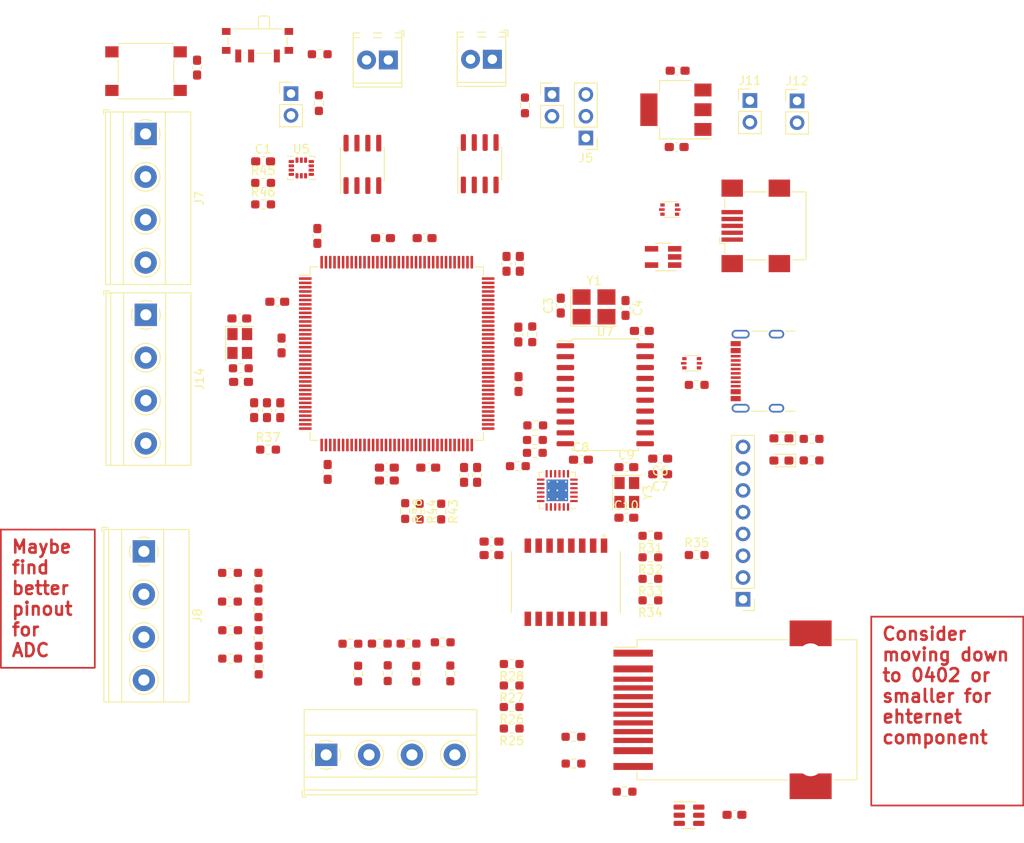
<source format=kicad_pcb>
(kicad_pcb (version 20221018) (generator pcbnew)
  (layers (0 "F.Cu" signal) (31 "B.Cu" signal) (34 "B.Paste" user) (35 "F.Paste" user) (36 "B.SilkS" user "B.Silkscreen") (37 "F.SilkS" user "F.Silkscreen") (38 "B.Mask" user) (39 "F.Mask" user) (44 "Edge.Cuts" user))
  (net 0 "")
  (net 1 "+3.3V")
  (net 2 "GND")
  (net 3 "Net-(U7-OSC1)")
  (net 4 "Net-(U7-OSC2)")
  (net 5 "Net-(U8-VDDCR)")
  (net 6 "Net-(U8-XTAL1{slash}CLKIN)")
  (net 7 "Net-(U8-XTAL2)")
  (net 8 "Net-(C11-Pad1)")
  (net 9 "+5V")
  (net 10 "HSE_IN")
  (net 11 "VCAP_1")
  (net 12 "VCAP_2")
  (net 13 "Net-(C31-Pad1)")
  (net 14 "NRST")
  (net 15 "Net-(D1-K)")
  (net 16 "Net-(D1-A)")
  (net 17 "Net-(D2-K)")
  (net 18 "Net-(D2-A)")
  (net 19 "/CAN2-")
  (net 20 "/CAN2+")
  (net 21 "/CAN1-")
  (net 22 "/CAN1+")
  (net 23 "SYS_JTMS_SWDIO")
  (net 24 "SYS_JTCK_SWCLK")
  (net 25 "/USB wiring/VBUS1")
  (net 26 "USB->ESD-")
  (net 27 "USB->ESD+")
  (net 29 "GPIO6")
  (net 30 "GPIO5")
  (net 31 "GPIO4")
  (net 32 "GPIO3")
  (net 33 "GPIO2")
  (net 34 "GPIO1")
  (net 35 "GPIO8")
  (net 36 "GPIO7")
  (net 37 "Net-(J8-Pin_1)")
  (net 38 "Net-(J8-Pin_2)")
  (net 39 "Net-(J8-Pin_3)")
  (net 40 "Net-(J8-Pin_4)")
  (net 41 "Net-(J9-Pin_1)")
  (net 42 "Net-(J9-Pin_2)")
  (net 43 "Net-(J9-Pin_3)")
  (net 44 "Net-(J9-Pin_4)")
  (net 45 "GP5")
  (net 46 "GP4")
  (net 47 "GP3")
  (net 48 "GP2")
  (net 49 "GP1")
  (net 50 "GP0")
  (net 51 "CTS")
  (net 52 "RTS")
  (net 53 "/Ethernet/TX+")
  (net 54 "/Ethernet/TX-")
  (net 55 "/Ethernet/RX+")
  (net 56 "Net-(J13-Pad4)")
  (net 57 "/Ethernet/RX-")
  (net 58 "Net-(J13-Pad7)")
  (net 59 "Net-(J13-Pad9)")
  (net 60 "INTSEL_LED")
  (net 61 "Net-(J13-Pad11)")
  (net 62 "REGOFF_LED")
  (net 63 "Net-(P2-CC)")
  (net 65 "BOOT0")
  (net 66 "Net-(SW3-B)")
  (net 67 "HSE_OUT")
  (net 68 "Net-(U7-RST)")
  (net 69 "A4")
  (net 70 "A3")
  (net 71 "A2")
  (net 72 "A1")
  (net 73 "L1")
  (net 74 "L2")
  (net 75 "L4")
  (net 76 "L3")
  (net 77 "Net-(R26-Pad1)")
  (net 78 "Net-(R27-Pad1)")
  (net 79 "Net-(U8-RBIAS)")
  (net 80 "ETH_REF_CLK")
  (net 81 "ETH_CRS_DV")
  (net 82 "Net-(U8-CRS_DV{slash}MODE2)")
  (net 83 "Net-(U8-RXD0{slash}MODE0)")
  (net 84 "Net-(U8-RXD1{slash}MODE1)")
  (net 85 "Net-(U8-RXER{slash}PHYAD0)")
  (net 86 "ETH_RXD1")
  (net 87 "ETH_RXD0")
  (net 99 "ETH_MDC")
  (net 100 "ETH_MDIO")
  (net 121 "ETH_TX_EN")
  (net 122 "ETH_TXD0")
  (net 123 "ETH_TXD1")
  (net 126 "Net-(U1-PD8)")
  (net 144 "STMPS2151STR_FAULT")
  (net 145 "STMPS2151STR_EN")
  (net 146 "USART1_TX")
  (net 147 "USART1_RX")
  (net 148 "USB_DATA-")
  (net 149 "USB_DATA+")
  (net 150 "Net-(U1-PA15)")
  (net 154 "CAN1_RX")
  (net 155 "CAN1_TX")
  (net 171 "CAN2_RX")
  (net 172 "CAN2_TX")
  (net 173 "LSM6DSOX_SDO")
  (net 174 "LSM6DSOX_SCL")
  (net 175 "LSM6DSOX_SDA")
  (net 176 "LSM6DSOX_CS")
  (net 177 "LSM6DSOX_int1")
  (net 183 "USB_PROG-")
  (net 184 "USB_PROG+")
  (net 185 "/Ethernet/RX->ESD-")
  (net 186 "/Ethernet/RX->ESD+")
  (net 187 "/Ethernet/TX->ESD-")
  (net 188 "/Ethernet/TX->ESD+")
  (footprint "Capacitor_SMD:C_0603_1608Metric_Pad1.08x0.95mm_HandSolder" (layer "F.Cu") (at 168.7375 110.725 180)
    (fp_text reference "C6" (at 0 -1.43) (layer "F.SilkS"))
    (fp_text value "470p")
    (pad "1" smd roundrect (at -0.8625 0 180) (size 1.075 0.95) (layers "F.Cu" "F.Paste" "F.Mask") (net 2 "GND"))
    (pad "2" smd roundrect (at 0.8625 0 180) (size 1.075 0.95) (layers "F.Cu" "F.Paste" "F.Mask") (net 5 "Net-(U8-VDDCR)"))
  )
  (footprint "Capacitor_SMD:C_0603_1608Metric_Pad1.08x0.95mm_HandSolder" (layer "F.Cu") (at 124.45 105.075 90)
    (fp_text reference "C43" hide)
    (fp_text value "100n")
    (pad "1" smd roundrect (at -0.8625 0 90) (size 1.075 0.95) (layers "F.Cu" "F.Paste" "F.Mask") (net 1 "+3.3V"))
    (pad "2" smd roundrect (at 0.8625 0 90) (size 1.075 0.95) (layers "F.Cu" "F.Paste" "F.Mask") (net 2 "GND"))
  )
  (footprint "Resistor_SMD:R_0603_1608Metric_Pad0.98x0.95mm_HandSolder" (layer "F.Cu") (at 167.6 122.24 180)
    (fp_text reference "R32" (at 0 -1.43) (layer "F.SilkS"))
    (fp_text value "50")
    (pad "1" smd roundrect (at -0.9125 0 180) (size 0.975 0.95) (layers "F.Cu" "F.Paste" "F.Mask") (net 1 "+3.3V"))
    (pad "2" smd roundrect (at 0.9125 0 180) (size 0.975 0.95) (layers "F.Cu" "F.Paste" "F.Mask") (net 54 "/Ethernet/TX-"))
  )
  (footprint "Resistor_SMD:R_0603_1608Metric_Pad0.98x0.95mm_HandSolder" (layer "F.Cu") (at 144.275 135.78 90)
    (fp_text reference "R16" hide)
    (fp_text value "10k")
    (pad "1" smd roundrect (at -0.9125 0 90) (size 0.975 0.95) (layers "F.Cu" "F.Paste" "F.Mask") (net 44 "Net-(J9-Pin_4)"))
    (pad "2" smd roundrect (at 0.9125 0 90) (size 0.975 0.95) (layers "F.Cu" "F.Paste" "F.Mask") (net 75 "L4"))
  )
  (footprint "Package_SO:SOIC-20W_7.5x12.8mm_P1.27mm" (layer "F.Cu") (at 162.335 103.275)
    (fp_text reference "U7" (at 0 -7.35) (layer "F.SilkS"))
    (fp_text value "MCP2200T-I-SO")
    (pad "1" smd roundrect (at -4.65 -5.715) (size 2.05 0.6) (layers "F.Cu" "F.Paste" "F.Mask") (net 1 "+3.3V"))
    (pad "2" smd roundrect (at -4.65 -4.445) (size 2.05 0.6) (layers "F.Cu" "F.Paste" "F.Mask") (net 3 "Net-(U7-OSC1)"))
    (pad "3" smd roundrect (at -4.65 -3.175) (size 2.05 0.6) (layers "F.Cu" "F.Paste" "F.Mask") (net 4 "Net-(U7-OSC2)"))
    (pad "4" smd roundrect (at -4.65 -1.905) (size 2.05 0.6) (layers "F.Cu" "F.Paste" "F.Mask") (net 68 "Net-(U7-RST)"))
    (pad "5" smd roundrect (at -4.65 -0.635) (size 2.05 0.6) (layers "F.Cu" "F.Paste" "F.Mask") (net 18 "Net-(D2-A)"))
    (pad "6" smd roundrect (at -4.65 0.635) (size 2.05 0.6) (layers "F.Cu" "F.Paste" "F.Mask") (net 16 "Net-(D1-A)"))
    (pad "7" smd roundrect (at -4.65 1.905) (size 2.05 0.6) (layers "F.Cu" "F.Paste" "F.Mask") (net 45 "GP5"))
    (pad "8" smd roundrect (at -4.65 3.175) (size 2.05 0.6) (layers "F.Cu" "F.Paste" "F.Mask") (net 46 "GP4"))
    (pad "9" smd roundrect (at -4.65 4.445) (size 2.05 0.6) (layers "F.Cu" "F.Paste" "F.Mask") (net 47 "GP3"))
    (pad "10" smd roundrect (at -4.65 5.715) (size 2.05 0.6) (layers "F.Cu" "F.Paste" "F.Mask") (net 147 "USART1_RX"))
    (pad "11" smd roundrect (at 4.65 5.715) (size 2.05 0.6) (layers "F.Cu" "F.Paste" "F.Mask") (net 52 "RTS"))
    (pad "12" smd roundrect (at 4.65 4.445) (size 2.05 0.6) (layers "F.Cu" "F.Paste" "F.Mask") (net 146 "USART1_TX"))
    (pad "13" smd roundrect (at 4.65 3.175) (size 2.05 0.6) (layers "F.Cu" "F.Paste" "F.Mask") (net 51 "CTS"))
    (pad "14" smd roundrect (at 4.65 1.905) (size 2.05 0.6) (layers "F.Cu" "F.Paste" "F.Mask") (net 48 "GP2"))
    (pad "15" smd roundrect (at 4.65 0.635) (size 2.05 0.6) (layers "F.Cu" "F.Paste" "F.Mask") (net 49 "GP1"))
    (pad "16" smd roundrect (at 4.65 -0.635) (size 2.05 0.6) (layers "F.Cu" "F.Paste" "F.Mask") (net 50 "GP0"))
    (pad "17" smd roundrect (at 4.65 -1.905) (size 2.05 0.6) (layers "F.Cu" "F.Paste" "F.Mask") (net 1 "+3.3V"))
    (pad "18" smd roundrect (at 4.65 -3.175) (size 2.05 0.6) (layers "F.Cu" "F.Paste" "F.Mask") (net 183 "USB_PROG-"))
    (pad "19" smd roundrect (at 4.65 -4.445) (size 2.05 0.6) (layers "F.Cu" "F.Paste" "F.Mask") (net 184 "USB_PROG+"))
    (pad "20" smd roundrect (at 4.65 -5.715) (size 2.05 0.6) (layers "F.Cu" "F.Paste" "F.Mask") (net 2 "GND"))
  )
  (footprint "LED_SMD:LED_0603_1608Metric_Pad1.05x0.95mm_HandSolder" (layer "F.Cu") (at 182.875 108.36 180)
    (fp_text reference "D2" hide)
    (fp_text value "LED")
    (pad "1" smd roundrect (at -0.875 0 180) (size 1.05 0.95) (layers "F.Cu" "F.Paste" "F.Mask") (net 17 "Net-(D2-K)"))
    (pad "2" smd roundrect (at 0.875 0 180) (size 1.05 0.95) (layers "F.Cu" "F.Paste" "F.Mask") (net 18 "Net-(D2-A)"))
  )
  (footprint "Capacitor_SMD:C_0603_1608Metric_Pad1.08x0.95mm_HandSolder" (layer "F.Cu") (at 136.425 85)
    (fp_text reference "C39" hide)
    (fp_text value "100n")
    (pad "1" smd roundrect (at -0.8625 0) (size 1.075 0.95) (layers "F.Cu" "F.Paste" "F.Mask") (net 1 "+3.3V"))
    (pad "2" smd roundrect (at 0.8625 0) (size 1.075 0.95) (layers "F.Cu" "F.Paste" "F.Mask") (net 2 "GND"))
  )
  (footprint "Connector_USB:USB_Mini-B_Wuerth_65100516121_Horizontal" (layer "F.Cu") (at 179.735 83.575 90)
    (fp_text reference "J6" hide)
    (fp_text value "USB_OTG")
    (pad "" np_thru_hole circle (at -2.2 0 90) (size 0.9 0.9) (drill 0.9) (layers "*.Cu" "*.Mask"))
    (pad "" np_thru_hole circle (at 2.2 0 90) (size 0.9 0.9) (drill 0.9) (layers "*.Cu" "*.Mask"))
    (pad "1" smd rect (at -1.6 -2.6 90) (size 0.5 2.5) (layers "F.Cu" "F.Paste" "F.Mask") (net 25 "/USB wiring/VBUS1"))
    (pad "2" smd rect (at -0.8 -2.6 90) (size 0.5 2.5) (layers "F.Cu" "F.Paste" "F.Mask") (net 26 "USB->ESD-"))
    (pad "3" smd rect (at 0 -2.6 90) (size 0.5 2.5) (layers "F.Cu" "F.Paste" "F.Mask") (net 27 "USB->ESD+"))
    (pad "4" smd rect (at 0.8 -2.6 90) (size 0.5 2.5) (layers "F.Cu" "F.Paste" "F.Mask"))
    (pad "5" smd rect (at 1.6 -2.6 90) (size 0.5 2.5) (layers "F.Cu" "F.Paste" "F.Mask") (net 2 "GND"))
    (pad "6" smd rect (at -4.4 -2.6 90) (size 2 2.5) (layers "F.Cu" "F.Paste" "F.Mask") (net 2 "GND"))
    (pad "6" smd rect (at -4.4 2.9 90) (size 2 2.5) (layers "F.Cu" "F.Paste" "F.Mask") (net 2 "GND"))
    (pad "6" smd rect (at 4.4 -2.6 90) (size 2 2.5) (layers "F.Cu" "F.Paste" "F.Mask") (net 2 "GND"))
    (pad "6" smd rect (at 4.4 2.9 90) (size 2 2.5) (layers "F.Cu" "F.Paste" "F.Mask") (net 2 "GND"))
  )
  (footprint "Resistor_SMD:R_0603_1608Metric_Pad0.98x0.95mm_HandSolder" (layer "F.Cu") (at 151.425 134.68 180)
    (fp_text reference "R28" (at 0 -1.43) (layer "F.SilkS"))
    (fp_text value "75")
    (pad "1" smd roundrect (at -0.9125 0 180) (size 0.975 0.95) (layers "F.Cu" "F.Paste" "F.Mask") (net 58 "Net-(J13-Pad7)"))
    (pad "2" smd roundrect (at 0.9125 0 180) (size 0.975 0.95) (layers "F.Cu" "F.Paste" "F.Mask") (net 2 "GND"))
  )
  (footprint "Resistor_SMD:R_0603_1608Metric_Pad0.98x0.95mm_HandSolder" (layer "F.Cu") (at 154.1375 108.55)
    (fp_text reference "R39" hide)
    (fp_text value "10k")
    (pad "1" smd roundrect (at -0.9125 0) (size 0.975 0.95) (layers "F.Cu" "F.Paste" "F.Mask") (net 1 "+3.3V"))
    (pad "2" smd roundrect (at 0.9125 0) (size 0.975 0.95) (layers "F.Cu" "F.Paste" "F.Mask") (net 83 "Net-(U8-RXD0{slash}MODE0)"))
  )
  (footprint "Package_SO:SOIC-8_3.9x4.9mm_P1.27mm" (layer "F.Cu") (at 147.7 76.325 90)
    (fp_text reference "U4" hide)
    (fp_text value "TJA1051T")
    (pad "1" smd roundrect (at -2.475 -1.905 90) (size 1.95 0.6) (layers "F.Cu" "F.Paste" "F.Mask") (net 155 "CAN1_TX"))
    (pad "2" smd roundrect (at -2.475 -0.635 90) (size 1.95 0.6) (layers "F.Cu" "F.Paste" "F.Mask") (net 2 "GND"))
    (pad "3" smd roundrect (at -2.475 0.635 90) (size 1.95 0.6) (layers "F.Cu" "F.Paste" "F.Mask") (net 9 "+5V"))
    (pad "4" smd roundrect (at -2.475 1.905 90) (size 1.95 0.6) (layers "F.Cu" "F.Paste" "F.Mask") (net 154 "CAN1_RX"))
    (pad "5" smd roundrect (at 2.475 1.905 90) (size 1.95 0.6) (layers "F.Cu" "F.Paste" "F.Mask"))
    (pad "6" smd roundrect (at 2.475 0.635 90) (size 1.95 0.6) (layers "F.Cu" "F.Paste" "F.Mask") (net 21 "/CAN1-"))
    (pad "7" smd roundrect (at 2.475 -0.635 90) (size 1.95 0.6) (layers "F.Cu" "F.Paste" "F.Mask") (net 22 "/CAN1+"))
    (pad "8" smd roundrect (at 2.475 -1.905 90) (size 1.95 0.6) (layers "F.Cu" "F.Paste" "F.Mask") (net 150 "Net-(U1-PA15)"))
  )
  (footprint "Resistor_SMD:R_0603_1608Metric_Pad0.98x0.95mm_HandSolder" (layer "F.Cu") (at 158.625 143.175 180)
    (fp_text reference "R29" hide)
    (fp_text value "270")
    (pad "1" smd roundrect (at -0.9125 0 180) (size 0.975 0.95) (layers "F.Cu" "F.Paste" "F.Mask") (net 59 "Net-(J13-Pad9)"))
    (pad "2" smd roundrect (at 0.9125 0 180) (size 0.975 0.95) (layers "F.Cu" "F.Paste" "F.Mask") (net 2 "GND"))
  )
  (footprint "LED_SMD:LED_0603_1608Metric_Pad1.05x0.95mm_HandSolder" (layer "F.Cu") (at 182.875 110.95 180)
    (fp_text reference "D1" hide)
    (fp_text value "LED")
    (pad "1" smd roundrect (at -0.875 0 180) (size 1.05 0.95) (layers "F.Cu" "F.Paste" "F.Mask") (net 15 "Net-(D1-K)"))
    (pad "2" smd roundrect (at 0.875 0 180) (size 1.05 0.95) (layers "F.Cu" "F.Paste" "F.Mask") (net 16 "Net-(D1-A)"))
  )
  (footprint "Resistor_SMD:R_0603_1608Metric_Pad0.98x0.95mm_HandSolder" (layer "F.Cu") (at 133.525 135.805 90)
    (fp_text reference "R13" hide)
    (fp_text value "10k")
    (pad "1" smd roundrect (at -0.9125 0 90) (size 0.975 0.95) (layers "F.Cu" "F.Paste" "F.Mask") (net 41 "Net-(J9-Pin_1)"))
    (pad "2" smd roundrect (at 0.9125 0 90) (size 0.975 0.95) (layers "F.Cu" "F.Paste" "F.Mask") (net 73 "L1"))
  )
  (footprint "Capacitor_SMD:C_0603_1608Metric_Pad1.08x0.95mm_HandSolder" (layer "F.Cu") (at 177.4 152.275)
    (fp_text reference "C5" hide)
    (fp_text value "100n")
    (pad "1" smd roundrect (at -0.8625 0) (size 1.075 0.95) (layers "F.Cu" "F.Paste" "F.Mask") (net 1 "+3.3V"))
    (pad "2" smd roundrect (at 0.8625 0) (size 1.075 0.95) (layers "F.Cu" "F.Paste" "F.Mask") (net 2 "GND"))
  )
  (footprint "Resistor_SMD:R_0603_1608Metric_Pad0.98x0.95mm_HandSolder" (layer "F.Cu") (at 139.01 116.8375 -90)
    (fp_text reference "R38" (at 0 -1.43 90) (layer "F.SilkS"))
    (fp_text value "33")
    (pad "1" smd roundrect (at -0.9125 0 270) (size 0.975 0.95) (layers "F.Cu" "F.Paste" "F.Mask") (net 81 "ETH_CRS_DV"))
    (pad "2" smd roundrect (at 0.9125 0 270) (size 0.975 0.95) (layers "F.Cu" "F.Paste" "F.Mask") (net 82 "Net-(U8-CRS_DV{slash}MODE2)"))
  )
  (footprint "Connector_USB:USB_C_Receptacle_GCT_USB4105-xx-A_16P_TopMnt_Horizontal" (layer "F.Cu") (at 181.225 100.525 90)
    (fp_text reference "P2" hide)
    (fp_text value "USB_C_Plug_USB2.0")
    (pad "" np_thru_hole circle (at -2.89 -2.605 90) (size 0.65 0.65) (drill 0.65) (layers "F&B.Cu" "*.Mask"))
    (pad "" np_thru_hole circle (at 2.89 -2.605 90) (size 0.65 0.65) (drill 0.65) (layers "F&B.Cu" "*.Mask"))
    (pad "A1" smd rect (at -3.2 -3.68 90) (size 0.6 1.15) (layers "F.Cu" "F.Paste" "F.Mask") (net 2 "GND"))
    (pad "A4" smd rect (at -2.4 -3.68 90) (size 0.6 1.15) (layers "F.Cu" "F.Paste" "F.Mask") (net 9 "+5V"))
    (pad "A5" smd rect (at -1.25 -3.68 90) (size 0.3 1.15) (layers "F.Cu" "F.Paste" "F.Mask") (net 63 "Net-(P2-CC)"))
    (pad "A6" smd rect (at -0.25 -3.68 90) (size 0.3 1.15) (layers "F.Cu" "F.Paste" "F.Mask") (net 27 "USB->ESD+"))
    (pad "A7" smd rect (at 0.25 -3.68 90) (size 0.3 1.15) (layers "F.Cu" "F.Paste" "F.Mask") (net 26 "USB->ESD-"))
    (pad "A8" smd rect (at 1.25 -3.68 90) (size 0.3 1.15) (layers "F.Cu" "F.Paste" "F.Mask"))
    (pad "A9" smd rect (at 2.4 -3.68 90) (size 0.6 1.15) (layers "F.Cu" "F.Paste" "F.Mask") (net 9 "+5V"))
    (pad "A12" smd rect (at 3.2 -3.68 90) (size 0.6 1.15) (layers "F.Cu" "F.Paste" "F.Mask") (net 2 "GND"))
    (pad "B1" smd rect (at 3.2 -3.68 90) (size 0.6 1.15) (layers "F.Cu" "F.Paste" "F.Mask") (net 2 "GND"))
    (pad "B4" smd rect (at 2.4 -3.68 90) (size 0.6 1.15) (layers "F.Cu" "F.Paste" "F.Mask") (net 9 "+5V"))
    (pad "B5" smd rect (at 1.75 -3.68 90) (size 0.3 1.15) (layers "F.Cu" "F.Paste" "F.Mask"))
    (pad "B6" smd rect (at 0.75 -3.68 90) (size 0.3 1.15) (layers "F.Cu" "F.Paste" "F.Mask"))
    (pad "B7" smd rect (at -0.75 -3.68 90) (size 0.3 1.15) (layers "F.Cu" "F.Paste" "F.Mask"))
    (pad "B8" smd rect (at -1.75 -3.68 90) (size 0.3 1.15) (layers "F.Cu" "F.Paste" "F.Mask"))
    (pad "B9" smd rect (at -2.4 -3.68 90) (size 0.6 1.15) (layers "F.Cu" "F.Paste" "F.Mask") (net 9 "+5V"))
    (pad "B12" smd rect (at -3.2 -3.68 90) (size 0.6 1.15) (layers "F.Cu" "F.Paste" "F.Mask") (net 2 "GND"))
    (pad "S1" thru_hole oval (at -4.32 -3.105 90) (size 1 2.1) (drill oval 0.6 1.7) (layers "*.Cu" "*.Mask" "F.Paste") (net 2 "GND"))
    (pad "S1" thru_hole oval (at -4.32 1.075 90) (size 1 1.8) (drill oval 0.6 1.4) (layers "*.Cu" "*.Mask" "F.Paste") (net 2 "GND"))
    (pad "S1" thru_hole oval (at 4.32 -3.105 90) (size 1 2.1) (drill oval 0.6 1.7) (layers "*.Cu" "*.Mask" "F.Paste") (net 2 "GND"))
    (pad "S1" thru_hole oval (at 4.32 1.075 90) (size 1 1.8) (drill oval 0.6 1.4) (layers "*.Cu" "*.Mask" "F.Paste") (net 2 "GND"))
  )
  (footprint "Capacitor_SMD:C_0603_1608Metric_Pad1.08x0.95mm_HandSolder" (layer "F.Cu") (at 141.7 111.775 180)
    (fp_text reference "C35" hide)
    (fp_text value "100n")
    (pad "1" smd roundrect (at -0.8625 0 180) (size 1.075 0.95) (layers "F.Cu" "F.Paste" "F.Mask") (net 1 "+3.3V"))
    (pad "2" smd roundrect (at 0.8625 0 180) (size 1.075 0.95) (layers "F.Cu" "F.Paste" "F.Mask") (net 2 "GND"))
  )
  (footprint "Resistor_SMD:R_0603_1608Metric_Pad0.98x0.95mm_HandSolder" (layer "F.Cu") (at 164.5875 149.575 180)
    (fp_text reference "R36" hide)
    (fp_text value "10k")
    (pad "1" smd roundrect (at -0.9125 0 180) (size 0.975 0.95) (layers "F.Cu" "F.Paste" "F.Mask") (net 62 "REGOFF_LED"))
    (pad "2" smd roundrect (at 0.9125 0 180) (size 0.975 0.95) (layers "F.Cu" "F.Paste" "F.Mask") (net 2 "GND"))
  )
  (footprint "Connector_PinHeader_2.54mm:PinHeader_1x02_P2.54mm_Vertical" (layer "F.Cu") (at 184.7 69)
    (fp_text reference "J12" (at 0 -2.33) (layer "F.SilkS"))
    (fp_text value "5V power breakout")
    (pad "1" thru_hole rect (at 0 0) (size 1.7 1.7) (drill 1) (layers "*.Cu" "*.Mask") (net 9 "+5V"))
    (pad "2" thru_hole oval (at 0 2.54) (size 1.7 1.7) (drill 1) (layers "*.Cu" "*.Mask") (net 2 "GND"))
  )
  (footprint "Capacitor_SMD:C_0603_1608Metric_Pad1.08x0.95mm_HandSolder" (layer "F.Cu") (at 164.795 117.62)
    (fp_text reference "C10" (at 0 -1.43) (layer "F.SilkS"))
    (fp_text value "22p")
    (pad "1" smd roundrect (at -0.8625 0) (size 1.075 0.95) (layers "F.Cu" "F.Paste" "F.Mask") (net 7 "Net-(U8-XTAL2)"))
    (pad "2" smd roundrect (at 0.8625 0) (size 1.075 0.95) (layers "F.Cu" "F.Paste" "F.Mask") (net 2 "GND"))
  )
  (footprint "Crystal:Crystal_SMD_3225-4Pin_3.2x2.5mm" (layer "F.Cu") (at 164.85 114.675 -90)
    (fp_text reference "Y3" (at 0 -2.45 90) (layer "F.SilkS"))
    (fp_text value "25Mhz")
    (pad "1" smd rect (at -1.1 0.85 270) (size 1.4 1.2) (layers "F.Cu" "F.Paste" "F.Mask") (net 6 "Net-(U8-XTAL1{slash}CLKIN)"))
    (pad "2" smd rect (at 1.1 0.85 270) (size 1.4 1.2) (layers "F.Cu" "F.Paste" "F.Mask") (net 2 "GND"))
    (pad "3" smd rect (at 1.1 -0.85 270) (size 1.4 1.2) (layers "F.Cu" "F.Paste" "F.Mask") (net 7 "Net-(U8-XTAL2)"))
    (pad "4" smd rect (at -1.1 -0.85 270) (size 1.4 1.2) (layers "F.Cu" "F.Paste" "F.Mask") (net 2 "GND"))
  )
  (footprint "Capacitor_SMD:C_0603_1608Metric_Pad1.08x0.95mm_HandSolder" (layer "F.Cu") (at 150.825 88 -90)
    (fp_text reference "C37" hide)
    (fp_text value "100n")
    (pad "1" smd roundrect (at -0.8625 0 270) (size 1.075 0.95) (layers "F.Cu" "F.Paste" "F.Mask") (net 1 "+3.3V"))
    (pad "2" smd roundrect (at 0.8625 0 270) (size 1.075 0.95) (layers "F.Cu" "F.Paste" "F.Mask") (net 2 "GND"))
  )
  (footprint "Resistor_SMD:R_0603_1608Metric_Pad0.98x0.95mm_HandSolder" (layer "F.Cu") (at 151.425 142.21 180)
    (fp_text reference "R25" (at 0 -1.43) (layer "F.SilkS"))
    (fp_text value "75")
    (pad "1" smd roundrect (at -0.9125 0 180) (size 0.975 0.95) (layers "F.Cu" "F.Paste" "F.Mask") (net 56 "Net-(J13-Pad4)"))
    (pad "2" smd roundrect (at 0.9125 0 180) (size 0.975 0.95) (layers "F.Cu" "F.Paste" "F.Mask") (net 2 "GND"))
  )
  (footprint "Resistor_SMD:R_0603_1608Metric_Pad0.98x0.95mm_HandSolder" (layer "F.Cu") (at 136.975 135.755 90)
    (fp_text reference "R14" hide)
    (fp_text value "10k")
    (pad "1" smd roundrect (at -0.9125 0 90) (size 0.975 0.95) (layers "F.Cu" "F.Paste" "F.Mask") (net 42 "Net-(J9-Pin_2)"))
    (pad "2" smd roundrect (at 0.9125 0 90) (size 0.975 0.95) (layers "F.Cu" "F.Paste" "F.Mask") (net 74 "L2"))
  )
  (footprint "Resistor_SMD:R_0603_1608Metric_Pad0.98x0.95mm_HandSolder" (layer "F.Cu") (at 158.6375 146.3 180)
    (fp_text reference "R30" hide)
    (fp_text value "270")
    (pad "1" smd roundrect (at -0.9125 0 180) (size 0.975 0.95) (layers "F.Cu" "F.Paste" "F.Mask") (net 61 "Net-(J13-Pad11)"))
    (pad "2" smd roundrect (at 0.9125 0 180) (size 0.975 0.95) (layers "F.Cu" "F.Paste" "F.Mask") (net 2 "GND"))
  )
  (footprint "Resistor_SMD:R_0603_1608Metric_Pad0.98x0.95mm_HandSolder" (layer "F.Cu") (at 118.58 127.4)
    (fp_text reference "R10" hide)
    (fp_text value "10k")
    (pad "1" smd roundrect (at -0.9125 0) (size 0.975 0.95) (layers "F.Cu" "F.Paste" "F.Mask") (net 38 "Net-(J8-Pin_2)"))
    (pad "2" smd roundrect (at 0.9125 0) (size 0.975 0.95) (layers "F.Cu" "F.Paste" "F.Mask") (net 71 "A2"))
  )
  (footprint "TerminalBlock_Phoenix:TerminalBlock_Phoenix_MPT-0,5-2-2.54_1x02_P2.54mm_Horizontal" (layer "F.Cu") (at 137.05 64.225 180)
    (fp_text reference "J2" hide)
    (fp_text value "CAN2")
    (pad "" np_thru_hole circle (at 0 2.54 180) (size 1.1 1.1) (drill 1.1) (layers "*.Cu" "*.Mask"))
    (pad "" np_thru_hole circle (at 2.54 2.54 180) (size 1.1 1.1) (drill 1.1) (layers "*.Cu" "*.Mask"))
    (pad "1" thru_hole rect (at 0 0 180) (size 2.2 2.2) (drill 1.1) (layers "*.Cu" "*.Mask") (net 19 "/CAN2-"))
    (pad "2" thru_hole circle (at 2.54 0 180) (size 2.2 2.2) (drill 1.1) (layers "*.Cu" "*.Mask") (net 20 "/CAN2+"))
  )
  (footprint "Resistor_SMD:R_0603_1608Metric_Pad0.98x0.95mm_HandSolder" (layer "F.Cu") (at 122.45 78.56)
    (fp_text reference "R45" (at 0 -1.43) (layer "F.SilkS"))
    (fp_text value "2k2")
    (pad "1" smd roundrect (at -0.9125 0) (size 0.975 0.95) (layers "F.Cu" "F.Paste" "F.Mask") (net 1 "+3.3V"))
    (pad "2" smd roundrect (at 0.9125 0) (size 0.975 0.95) (layers "F.Cu" "F.Paste" "F.Mask") (net 174 "LSM6DSOX_SCL"))
  )
  (footprint "Capacitor_SMD:C_0603_1608Metric_Pad1.08x0.95mm_HandSolder" (layer "F.Cu") (at 149.075 121.975)
    (fp_text reference "C12" hide)
    (fp_text value "100n")
    (pad "1" smd roundrect (at -0.8625 0) (size 1.075 0.95) (layers "F.Cu" "F.Paste" "F.Mask") (net 8 "Net-(C11-Pad1)"))
    (pad "2" smd roundrect (at 0.8625 0) (size 1.075 0.95) (layers "F.Cu" "F.Paste" "F.Mask") (net 2 "GND"))
  )
  (footprint "Resistor_SMD:R_0603_1608Metric_Pad0.98x0.95mm_HandSolder" (layer "F.Cu") (at 143.3875 132.155 180)
    (fp_text reference "R24" hide)
    (fp_text value "5k6")
    (pad "1" smd roundrect (at -0.9125 0 180) (size 0.975 0.95) (layers "F.Cu" "F.Paste" "F.Mask") (net 75 "L4"))
    (pad "2" smd roundrect (at 0.9125 0 180) (size 0.975 0.95) (layers "F.Cu" "F.Paste" "F.Mask") (net 2 "GND"))
  )
  (footprint "Capacitor_SMD:C_0603_1608Metric_Pad1.08x0.95mm_HandSolder" (layer "F.Cu") (at 170.775 65.475)
    (fp_text reference "C32" hide)
    (fp_text value "22u")
    (pad "1" smd roundrect (at -0.8625 0) (size 1.075 0.95) (layers "F.Cu" "F.Paste" "F.Mask") (net 1 "+3.3V"))
    (pad "2" smd roundrect (at 0.8625 0) (size 1.075 0.95) (layers "F.Cu" "F.Paste" "F.Mask") (net 2 "GND"))
  )
  (footprint "Resistor_SMD:R_0603_1608Metric_Pad0.98x0.95mm_HandSolder" (layer "F.Cu") (at 186.3875 108.425 180)
    (fp_text reference "R7" hide)
    (fp_text value "2k2")
    (pad "1" smd roundrect (at -0.9125 0 180) (size 0.975 0.95) (layers "F.Cu" "F.Paste" "F.Mask") (net 2 "GND"))
    (pad "2" smd roundrect (at 0.9125 0 180) (size 0.975 0.95) (layers "F.Cu" "F.Paste" "F.Mask") (net 17 "Net-(D2-K)"))
  )
  (footprint "Resistor_SMD:R_0603_1608Metric_Pad0.98x0.95mm_HandSolder" (layer "F.Cu") (at 173 121.975)
    (fp_text reference "R35" (at 0 -1.43) (layer "F.SilkS"))
    (fp_text value "12k1")
    (pad "1" smd roundrect (at -0.9125 0) (size 0.975 0.95) (layers "F.Cu" "F.Paste" "F.Mask") (net 79 "Net-(U8-RBIAS)"))
    (pad "2" smd roundrect (at 0.9125 0) (size 0.975 0.95) (layers "F.Cu" "F.Paste" "F.Mask") (net 2 "GND"))
  )
  (footprint "TerminalBlock_Phoenix:TerminalBlock_Phoenix_MKDS-1,5-4_1x04_P5.00mm_Horizontal" (layer "F.Cu") (at 108.75 72.85 -90)
    (fp_text reference "J7" (at 7.5 -6.26 90) (layer "F.SilkS"))
    (fp_text value "GPIO1")
    (pad "1" thru_hole rect (at 0 0 270) (size 2.6 2.6) (drill 1.3) (layers "*.Cu" "*.Mask") (net 34 "GPIO1"))
    (pad "2" thru_hole circle (at 5 0 270) (size 2.6 2.6) (drill 1.3) (layers "*.Cu" "*.Mask") (net 33 "GPIO2"))
    (pad "3" thru_hole circle (at 10 0 270) (size 2.6 2.6) (drill 1.3) (layers "*.Cu" "*.Mask") (net 32 "GPIO3"))
    (pad "4" thru_hole circle (at 15 0 270) (size 2.6 2.6) (drill 1.3) (layers "*.Cu" "*.Mask") (net 31 "GPIO4"))
  )
  (footprint "Crystal:Crystal_SMD_3225-4Pin_3.2x2.5mm_HandSoldering" (layer "F.Cu") (at 161.025 93.025)
    (fp_text reference "Y1" (at 0 -3.05) (layer "F.SilkS"))
    (fp_text value "12MHz")
    (pad "1" smd rect (at -1.45 1.15) (size 2.1 1.8) (layers "F.Cu" "F.Paste" "F.Mask") (net 4 "Net-(U7-OSC2)"))
    (pad "2" smd rect (at 1.45 1.15) (size 2.1 1.8) (layers "F.Cu" "F.Paste" "F.Mask") (net 2 "GND"))
    (pad "3" smd rect (at 1.45 -1.15) (size 2.1 1.8) (layers "F.Cu" "F.Paste" "F.Mask") (net 3 "Net-(U7-OSC1)"))
    (pad "4" smd rect (at -1.45 -1.15) (size 2.1 1.8) (layers "F.Cu" "F.Paste" "F.Mask") (net 2 "GND"))
  )
  (footprint "H1102NLT:XFMR_H1102NLT" (layer "F.Cu") (at 157.75 125.143 -90)
    (fp_text reference "T1" hide)
    (fp_text value "H1102NLT")
    (pad "1" smd rect (at -4.265 -4.445 270) (size 1.67 0.76) (layers "F.Cu" "F.Paste" "F.Mask") (net 53 "/Ethernet/TX+"))
    (pad "2" smd rect (at -4.265 -3.175 270) (size 1.67 0.76) (layers "F.Cu" "F.Paste" "F.Mask") (net 8 "Net-(C11-Pad1)"))
    (pad "3" smd rect (at -4.265 -1.905 270) (size 1.67 0.76) (layers "F.Cu" "F.Paste" "F.Mask") (net 54 "/Ethernet/TX-"))
    (pad "4" smd rect (at -4.265 -0.635 270) (size 1.67 0.76) (layers "F.Cu" "F.Paste" "F.Mask"))
    (pad "5" smd rect (at -4.265 0.635 270) (size 1.67 0.76) (layers "F.Cu" "F.Paste" "F.Mask"))
    (pad "6" smd rect (at -4.265 1.905 270) (size 1.67 0.76) (layers "F.Cu" "F.Paste" "F.Mask") (net 55 "/Ethernet/RX+"))
    (pad "7" smd rect (at -4.265 3.175 270) (size 1.67 0.76) (layers "F.Cu" "F.Paste" "F.Mask") (net 8 "Net-(C11-Pad1)"))
    (pad "8" smd rect (at -4.265 4.445 270) (size 1.67 0.76) (layers "F.Cu" "F.Paste" "F.Mask") (net 57 "/Ethernet/RX-"))
    (pad "9" smd rect (at 4.265 4.445 90) (size 1.67 0.76) (layers "F.Cu" "F.Paste" "F.Mask") (net 185 "/Ethernet/RX->ESD-"))
    (pad "10" smd rect (at 4.265 3.175 90) (size 1.67 0.76) (layers "F.Cu" "F.Paste" "F.Mask") (net 78 "Net-(R27-Pad1)"))
    (pad "11" smd rect (at 4.265 1.905 90) (size 1.67 0.76) (layers "F.Cu" "F.Paste" "F.Mask") (net 186 "/Ethernet/RX->ESD+"))
    (pad "12" smd rect (at 4.265 0.635 90) (size 1.67 0.76) (layers "F.Cu" "F.Paste" "F.Mask"))
    (pad "13" smd rect (at 4.265 -0.635 90) (size 1.67 0.76) (layers "F.Cu" "F.Paste" "F.Mask"))
    (pad "14" smd rect (at 4.265 -1.905 90) (size 1.67 0.76) (layers "F.Cu" "F.Paste" "F.Mask") (net 187 "/Ethernet/TX->ESD-"))
    (pad "15" smd rect (at 4.265 -3.175 90) (size 1.67 0.76) (layers "F.Cu" "F.Paste" "F.Mask") (net 77 "Net-(R26-Pad1)"))
    (pad "16" smd rect (at 4.265 -4.445 90) (size 1.67 0.76) (layers "F.Cu" "F.Paste" "F.Mask") (net 188 "/Ethernet/TX->ESD+"))
  )
  (footprint "Resistor_SMD:R_0603_1608Metric_Pad0.98x0.95mm_HandSolder" (layer "F.Cu") (at 121.905 128.3 -90)
    (fp_text reference "R18" hide)
    (fp_text value "5k6")
    (pad "1" smd roundrect (at -0.9125 0 270) (size 0.975 0.95) (layers "F.Cu" "F.Paste" "F.Mask") (net 71 "A2"))
    (pad "2" smd roundrect (at 0.9125 0 270) (size 0.975 0.95) (layers "F.Cu" "F.Paste" "F.Mask") (net 2 "GND"))
  )
  (footprint "Resistor_SMD:R_0603_1608Metric_Pad0.98x0.95mm_HandSolder" (layer "F.Cu") (at 153.825 96.225 90)
    (fp_text reference "R5" hide)
    (fp_text value "4k7")
    (pad "1" smd roundrect (at -0.9125 0 90) (size 0.975 0.95) (layers "F.Cu" "F.Paste" "F.Mask") (net 68 "Net-(U7-RST)"))
    (pad "2" smd roundrect (at 0.9125 0 90) (size 0.975 0.95) (layers "F.Cu" "F.Paste" "F.Mask") (net 1 "+3.3V"))
  )
  (footprint "Resistor_SMD:R_0603_1608Metric_Pad0.98x0.95mm_HandSolder" (layer "F.Cu") (at 152.15 111.6)
    (fp_text reference "R42" hide)
    (fp_text value "10k")
    (pad "1" smd roundrect (at -0.9125 0) (size 0.975 0.95) (layers "F.Cu" "F.Paste" "F.Mask") (net 2 "GND"))
    (pad "2" smd roundrect (at 0.9125 0) (size 0.975 0.95) (layers "F.Cu" "F.Paste" "F.Mask") (net 85 "Net-(U8-RXER{slash}PHYAD0)"))
  )
  (footprint "Connector_PinHeader_2.54mm:PinHeader_1x02_P2.54mm_Vertical" (layer "F.Cu") (at 156.125 68.25)
    (fp_text reference "J3" hide)
    (fp_text value "Termination ")
    (pad "1" thru_hole rect (at 0 0) (size 1.7 1.7) (drill 1) (layers "*.Cu" "*.Mask") (net 21 "/CAN1-"))
    (pad "2" thru_hole oval (at 0 2.54) (size 1.7 1.7) (drill 1) (layers "*.Cu" "*.Mask") (net 22 "/CAN1+"))
  )
  (footprint "Connector_PinHeader_2.54mm:PinHeader_1x02_P2.54mm_Vertical" (layer "F.Cu") (at 179.2 68.95)
    (fp_text reference "J11" (at 0 -2.33) (layer "F.SilkS"))
    (fp_text value "3.3V power breakout")
    (pad "1" thru_hole rect (at 0 0) (size 1.7 1.7) (drill 1) (layers "*.Cu" "*.Mask") (net 1 "+3.3V"))
    (pad "2" thru_hole oval (at 0 2.54) (size 1.7 1.7) (drill 1) (layers "*.Cu" "*.Mask") (net 2 "GND"))
  )
  (footprint "Capacitor_SMD:C_0603_1608Metric_Pad1.08x0.95mm_HandSolder" (layer "F.Cu") (at 119.675 94.375)
    (fp_text reference "C27" hide)
    (fp_text value "9p")
    (pad "1" smd roundrect (at -0.8625 0) (size 1.075 0.95) (layers "F.Cu" "F.Paste" "F.Mask") (net 10 "HSE_IN"))
    (pad "2" smd roundrect (at 0.8625 0) (size 1.075 0.95) (layers "F.Cu" "F.Paste" "F.Mask") (net 2 "GND"))
  )
  (footprint "Button_Switch_SMD:SW_SPST_PTS645" (layer "F.Cu") (at 108.8 65.525)
    (fp_text reference "SW5" hide)
    (fp_text value "SW_Push")
    (pad "1" smd rect (at -3.98 -2.25) (size 1.55 1.3) (layers "F.Cu" "F.Paste" "F.Mask") (net 2 "GND"))
    (pad "1" smd rect (at 3.98 -2.25) (size 1.55 1.3) (layers "F.Cu" "F.Paste" "F.Mask") (net 2 "GND"))
    (pad "2" smd rect (at -3.98 2.25) (size 1.55 1.3) (layers "F.Cu" "F.Paste" "F.Mask") (net 14 "NRST"))
    (pad "2" smd rect (at 3.98 2.25) (size 1.55 1.3) (layers "F.Cu" "F.Paste" "F.Mask") (net 14 "NRST"))
  )
  (footprint "Resistor_SMD:R_0603_1608Metric_Pad0.98x0.95mm_HandSolder" (layer "F.Cu") (at 139.4 132.305 180)
    (fp_text reference "R22" hide)
    (fp_text value "5k6")
    (pad "1" smd roundrect (at -0.9125 0 180) (size 0.975 0.95) (layers "F.Cu" "F.Paste" "F.Mask") (net 76 "L3"))
    (pad "2" smd roundrect (at 0.9125 0 180) (size 0.975 0.95) (layers "F.Cu" "F.Paste" "F.Mask") (net 2 "GND"))
  )
  (footprint "Package_DFN_QFN:VQFN-24-1EP_4x4mm_P0.5mm_EP2.5x2.5mm_ThermalVias" (layer "F.Cu") (at 156.75 114.425 180)
    (fp_text reference "U8" hide)
    (fp_text value "LAN8742A")
    (pad "1" smd roundrect (at -1.9375 -1.25 180) (size 0.875 0.25) (layers "F.Cu" "F.Paste" "F.Mask") (net 1 "+3.3V"))
    (pad "2" smd roundrect (at -1.9375 -0.75 180) (size 0.875 0.25) (layers "F.Cu" "F.Paste" "F.Mask") (net 60 "INTSEL_LED"))
    (pad "3" smd roundrect (at -1.9375 -0.25 180) (size 0.875 0.25) (layers "F.Cu" "F.Paste" "F.Mask") (net 62 "REGOFF_LED"))
    (pad "4" smd roundrect (at -1.9375 0.25 180) (size 0.875 0.25) (layers "F.Cu" "F.Paste" "F.Mask") (net 7 "Net-(U8-XTAL2)"))
    (pad "5" smd roundrect (at -1.9375 0.75 180) (size 0.875 0.25) (layers "F.Cu" "F.Paste" "F.Mask") (net 6 "Net-(U8-XTAL1{slash}CLKIN)"))
    (pad "6" smd roundrect (at -1.9375 1.25 180) (size 0.875 0.25) (layers "F.Cu" "F.Paste" "F.Mask") (net 5 "Net-(U8-VDDCR)"))
    (pad "7" smd roundrect (at -1.25 1.9375 180) (size 0.25 0.875) (layers "F.Cu" "F.Paste" "F.Mask") (net 84 "Net-(U8-RXD1{slash}MODE1)"))
    (pad "8" smd roundrect (at -0.75 1.9375 180) (size 0.25 0.875) (layers "F.Cu" "F.Paste" "F.Mask") (net 83 "Net-(U8-RXD0{slash}MODE0)"))
    (pad "9" smd roundrect (at -0.25 1.9375 180) (size 0.25 0.875) (layers "F.Cu" "F.Paste" "F.Mask") (net 1 "+3.3V"))
    (pad "10" smd roundrect (at 0.25 1.9375 180) (size 0.25 0.875) (layers "F.Cu" "F.Paste" "F.Mask") (net 85 "Net-(U8-RXER{slash}PHYAD0)"))
    (pad "11" smd roundrect (at 0.75 1.9375 180) (size 0.25 0.875) (layers "F.Cu" "F.Paste" "F.Mask") (net 82 "Net-(U8-CRS_DV{slash}MODE2)"))
    (pad "12" smd roundrect (at 1.25 1.9375 180) (size 0.25 0.875) (layers "F.Cu" "F.Paste" "F.Mask") (net 100 "ETH_MDIO"))
    (pad "13" smd roundrect (at 1.9375 1.25 180) (size 0.875 0.25) (layers "F.Cu" "F.Paste" "F.Mask") (net 99 "ETH_MDC"))
    (pad "14" smd roundrect (at 1.9375 0.75 180) (size 0.875 0.25) (layers "F.Cu" "F.Paste" "F.Mask") (net 80 "ETH_REF_CLK"))
    (pad "15" smd roundrect (at 1.9375 0.25 180) (size 0.875 0.25) (layers "F.Cu" "F.Paste" "F.Mask") (net 14 "NRST"))
    (pad "16" smd roundrect (at 1.9375 -0.25 180) (size 0.875 0.25) (layers "F.Cu" "F.Paste" "F.Mask") (net 121 "ETH_TX_EN"))
    (pad "17" smd roundrect (at 1.9375 -0.75 180) (size 0.875 0.25) (layers "F.Cu" "F.Paste" "F.Mask") (net 122 "ETH_TXD0"))
    (pad "18" smd roundrect (at 1.9375 -1.25 180) (size 0.875 0.25) (layers "F.Cu" "F.Paste" "F.Mask") (net 123 "ETH_TXD1"))
    (pad "19" smd roundrect (at 1.25 -1.9375 180) (size 0.25 0.875) (layers "F.Cu" "F.Paste" "F.Mask") (net 1 "+3.3V"))
    (pad "20" smd roundrect (at 0.75 -1.9375 180) (size 0.25 0.875) (layers "F.Cu" "F.Paste" "F.Mask") (net 54 "/Ethernet/TX-"))
    (pad "21" smd roundrect (at 0.25 -1.9375 180) (size 0.25 0.875) (layers "F.Cu" "F.Paste" "F.Mask") (net 53 "/Ethernet/TX+"))
    (pad "22" smd roundrect (at -0.25 -1.9375 180) (size 0.25 0.875) (layers "F.Cu" "F.Paste" "F.Mask") (net 57 "/Ethernet/RX-"))
    (pad "23" smd roundrect (at -0.75 -1.9375 180) (size 0.25 0.875) (layers "F.Cu" "F.Paste" "F.Mask") (net 55 "/Ethernet/RX+"))
    (pad "24" smd roundrect (at -1.25 -1.9375 180) (size 0.25 0.875) (layers "F.Cu" "F.Paste" "F.Mask") (net 79 "Net-(U8-RBIAS)"))
    (pad "25" thru_hole circle (at -1 -1 180) (size 0.5 0.5) (drill 0.2) (layers "*.Cu") (net 2 "GND"))
    (pad "25" thru_hole circle (at -1 0 180) (size 0.5 0.5) (drill 0.2) (layers "*.Cu") (net 2 "GND"))
    (pad "25" thru_hole circle (at -1 1 180) (size 0.5 0.5) (drill 0.2) (layers "*.Cu") (net 2 "GND"))
    (pad "25" thru_hole circle (at 0 -1 180) (size 0.5 0.5) (drill 0.2) (layers "*.Cu") (net 2 "GND"))
    (pad "25" thru_hole circle (at 0 0 180) (size 0.5 0.5) (drill 0.2) (layers "*.Cu") (net 2 "GND"))
    (pad "25" smd rect (at 0 0 180) (size 2.5 2.5) (layers "F.Cu" "F.Mask") (net 2 "GND"))
    (pad "25" smd rect (at 0 0 180) (size 2.5 2.5) (layers "B.Cu") (net 2 "GND"))
    (pad "25" thru_hole circle (at 0 1 180) (size 0.5 0.5) (drill 0.2) (layers "*.Cu") (net 2 "GND"))
    (pad "25" thru_hole circle (at 1 -1 180) (size 0.5 0.5) (drill 0.2) (layers "*.Cu") (net 2 "GND"))
    (pad "25" thru_hole circle (at 1 0 180) (size 0.5 0.5) (drill 0.2) (layers "*.Cu") (net 2 "GND"))
    (pad "25" thru_hole circle (at 1 1 180) (size 0.5 0.5) (drill 0.2) (layers "*.Cu") (net 2 "GND"))
  )
  (footprint "Capacitor_SMD:C_0603_1608Metric_Pad1.08x0.95mm_HandSolder" (layer "F.Cu") (at 136.875 111.775 180)
    (fp_text reference "C34" hide)
    (fp_text value "100n")
    (pad "1" smd roundrect (at -0.8625 0 180) (size 1.075 0.95) (layers "F.Cu" "F.Paste" "F.Mask") (net 1 "+3.3V"))
    (pad "2" smd roundrect (at 0.8625 0 180) (size 1.075 0.95) (layers "F.Cu" "F.Paste" "F.Mask") (net 2 "GND"))
  )
  (footprint "Resistor_SMD:R_0603_1608Metric_Pad0.98x0.95mm_HandSolder" (layer "F.Cu") (at 128.95 69.25 -90)
    (fp_text reference "R1" hide)
    (fp_text value "120")
    (pad "1" smd roundrect (at -0.9125 0 270) (size 0.975 0.95) (layers "F.Cu" "F.Paste" "F.Mask") (net 19 "/CAN2-"))
    (pad "2" smd roundrect (at 0.9125 0 270) (size 0.975 0.95) (layers "F.Cu" "F.Paste" "F.Mask") (net 20 "/CAN2+"))
  )
  (footprint "Capacitor_SMD:C_0603_1608Metric_Pad1.08x0.95mm_HandSolder" (layer "F.Cu") (at 119.875 101.775 180)
    (fp_text reference "C31" hide)
    (fp_text value "9p")
    (pad "1" smd roundrect (at -0.8625 0 180) (size 1.075 0.95) (layers "F.Cu" "F.Paste" "F.Mask") (net 13 "Net-(C31-Pad1)"))
    (pad "2" smd roundrect (at 0.8625 0 180) (size 1.075 0.95) (layers "F.Cu" "F.Paste" "F.Mask") (net 2 "GND"))
  )
  (footprint "Capacitor_SMD:C_0603_1608Metric_Pad1.08x0.95mm_HandSolder" (layer "F.Cu") (at 124.6 97.525 90)
    (fp_text reference "C25" hide)
    (fp_text value "100n")
    (pad "1" smd roundrect (at -0.8625 0 90) (size 1.075 0.95) (layers "F.Cu" "F.Paste" "F.Mask") (net 1 "+3.3V"))
    (pad "2" smd roundrect (at 0.8625 0 90) (size 1.075 0.95) (layers "F.Cu" "F.Paste" "F.Mask") (net 2 "GND"))
  )
  (footprint "Capacitor_SMD:C_0603_1608Metric_Pad1.08x0.95mm_HandSolder" (layer "F.Cu") (at 147.4 112.625 -90)
    (fp_text reference "C36" hide)
    (fp_text value "100n")
    (pad "1" smd roundrect (at -0.8625 0 270) (size 1.075 0.95) (layers "F.Cu" "F.Paste" "F.Mask") (net 1 "+3.3V"))
    (pad "2" smd roundrect (at 0.8625 0 270) (size 1.075 0.95) (layers "F.Cu" "F.Paste" "F.Mask") (net 2 "GND"))
  )
  (footprint "Capacitor_SMD:C_0603_1608Metric_Pad1.08x0.95mm_HandSolder" (layer "F.Cu") (at 159.5 110.85)
    (fp_text reference "C8" (at 0 -1.43) (layer "F.SilkS"))
    (fp_text value "100n")
    (pad "1" smd roundrect (at -0.8625 0) (size 1.075 0.95) (layers "F.Cu" "F.Paste" "F.Mask") (net 1 "+3.3V"))
    (pad "2" smd roundrect (at 0.8625 0) (size 1.075 0.95) (layers "F.Cu" "F.Paste" "F.Mask") (net 2 "GND"))
  )
  (footprint "Connector_PinHeader_2.54mm:PinHeader_1x02_P2.54mm_Vertical" (layer "F.Cu") (at 125.7 68.15)
    (fp_text reference "J1" hide)
    (fp_text value "Termination ")
    (pad "1" thru_hole rect (at 0 0) (size 1.7 1.7) (drill 1) (layers "*.Cu" "*.Mask") (net 19 "/CAN2-"))
    (pad "2" thru_hole oval (at 0 2.54) (size 1.7 1.7) (drill 1) (layers "*.Cu" "*.Mask") (net 20 "/CAN2+"))
  )
  (footprint "Resistor_SMD:R_0603_1608Metric_Pad0.98x0.95mm_HandSolder" (layer "F.Cu") (at 152.975 69.525 -90)
    (fp_text reference "R2" hide)
    (fp_text value "120")
    (pad "1" smd roundrect (at -0.9125 0 270) (size 0.975 0.95) (layers "F.Cu" "F.Paste" "F.Mask") (net 21 "/CAN1-"))
    (pad "2" smd roundrect (at 0.9125 0 270) (size 0.975 0.95) (layers "F.Cu" "F.Paste" "F.Mask") (net 22 "/CAN1+"))
  )
  (footprint "TerminalBlock_Phoenix:TerminalBlock_Phoenix_MKDS-1,5-4_1x04_P5.00mm_Horizontal" (layer "F.Cu") (at 129.8 145.28)
    (fp_text reference "J9" hide)
    (fp_text value "AIN")
    (pad "1" thru_hole rect (at 0 0) (size 2.6 2.6) (drill 1.3) (layers "*.Cu" "*.Mask") (net 41 "Net-(J9-Pin_1)"))
    (pad "2" thru_hole circle (at 5 0) (size 2.6 2.6) (drill 1.3) (layers "*.Cu" "*.Mask") (net 42 "Net-(J9-Pin_2)"))
    (pad "3" thru_hole circle (at 10 0) (size 2.6 2.6) (drill 1.3) (layers "*.Cu" "*.Mask") (net 43 "Net-(J9-Pin_3)"))
    (pad "4" thru_hole circle (at 15 0) (size 2.6 2.6) (drill 1.3) (layers "*.Cu" "*.Mask") (net 44 "Net-(J9-Pin_4)"))
  )
  (footprint "Connector_PinHeader_2.54mm:PinHeader_1x03_P2.54mm_Vertical" (layer "F.Cu") (at 160.075 73.325 180)
    (fp_text reference "J5" (at 0 -2.33) (layer "F.SilkS"))
    (fp_text value "SWD")
    (pad "1" thru_hole rect (at 0 0 180) (size 1.7 1.7) (drill 1) (layers "*.Cu" "*.Mask") (net 23 "SYS_JTMS_SWDIO"))
    (pad "2" thru_hole oval (at 0 2.54 180) (size 1.7 1.7) (drill 1) (layers "*.Cu" "*.Mask") (net 24 "SYS_JTCK_SWCLK"))
    (pad "3" thru_hole oval (at 0 5.08 180) (size 1.7 1.7) (drill 1) (layers "*.Cu" "*.Mask") (net 2 "GND"))
  )
  (footprint "Package_TO_SOT_SMD:SOT-666" (layer "F.Cu") (at 169.86 81.675 180)
    (fp_text reference "U10" hide)
    (fp_text value "USBLC6-2P6(ESD protection)")
    (pad "1" smd rect (at -0.85 -0.5375 180) (size 0.5 0.375) (layers "F.Cu" "F.Paste" "F.Mask") (net 26 "USB->ESD-"))
    (pad "2" smd rect (at -0.925 0 180) (size 0.65 0.3) (layers "F.Cu" "F.Paste" "F.Mask") (net 2 "GND"))
    (pad "3" smd rect (at -0.85 0.5375 180) (size 0.5 0.375) (layers "F.Cu" "F.Paste" "F.Mask") (net 27 "USB->ESD+"))
    (pad "4" smd rect (at 0.85 0.5375 180) (size 0.5 0.375) (layers "F.Cu" "F.Paste" "F.Mask") (net 149 "USB_DATA+"))
    (pad "5" smd rect (at 0.925 0 180) (size 0.65 0.3) (layers "F.Cu" "F.Paste" "F.Mask") (net 9 "+5V"))
    (pad "6" smd rect (at 0.85 -0.5375 180) (size 0.5 0.375) (layers "F.Cu" "F.Paste" "F.Mask") (net 148 "USB_DATA-"))
  )
  (footprint "Resistor_SMD:R_0603_1608Metric_Pad0.98x0.95mm_HandSolder" (layer "F.Cu") (at 140.7 116.9 -90)
    (fp_text reference "R44" (at 0 -1.43 90) (layer "F.SilkS"))
    (fp_text value "33")
    (pad "1" smd roundrect (at -0.9125 0 270) (size 0.975 0.95) (layers "F.Cu" "F.Paste" "F.Mask") (net 87 "ETH_RXD0"))
    (pad "2" smd roundrect (at 0.9125 0 270) (size 0.975 0.95) (layers "F.Cu" "F.Paste" "F.Mask") (net 83 "Net-(U8-RXD0{slash}MODE0)"))
  )
  (footprint "Capacitor_SMD:C_0603_1608Metric_Pad1.08x0.95mm_HandSolder" (layer "F.Cu") (at 141.275 85)
    (fp_text reference "C38" hide)
    (fp_text value "100n")
    (pad "1" smd roundrect (at -0.8625 0) (size 1.075 0.95) (layers "F.Cu" "F.Paste" "F.Mask") (net 1 "+3.3V"))
    (pad "2" smd roundrect (at 0.8625 0) (size 1.075 0.95) (layers "F.Cu" "F.Paste" "F.Mask") (net 2 "GND"))
  )
  (footprint "Package_TO_SOT_SMD:SOT-23-6" (layer "F.Cu") (at 172.1 152.325)
    (fp_text reference "U12" hide)
    (fp_text value "USBLC6-4SC6")
    (pad "1" smd roundrect (at -1.1375 -0.95) (size 1.325 0.6) (layers "F.Cu" "F.Paste" "F.Mask") (net 57 "/Ethernet/RX-"))
    (pad "2" smd roundrect (at -1.1375 0) (size 1.325 0.6) (layers "F.Cu" "F.Paste" "F.Mask") (net 2 "GND"))
    (pad "3" smd roundrect (at -1.1375 0.95) (size 1.325 0.6) (layers "F.Cu" "F.Paste" "F.Mask") (net 53 "/Ethernet/TX+"))
    (pad "4" smd roundrect (at 1.1375 0.95) (size 1.325 0.6) (layers "F.Cu" "F.Paste" "F.Mask") (net 54 "/Ethernet/TX-"))
    (pad "5" smd roundrect (at 1.1375 0) (size 1.325 0.6) (layers "F.Cu" "F.Paste" "F.Mask") (net 1 "+3.3V"))
    (pad "6" smd roundrect (at 1.1375 -0.95) (size 1.325 0.6) (layers "F.Cu" "F.Paste" "F.Mask") (net 55 "/Ethernet/RX+"))
  )
  (footprint "Resistor_SMD:R_0603_1608Metric_Pad0.98x0.95mm_HandSolder" (layer "F.Cu") (at 118.605 130.75)
    (fp_text reference "R11" hide)
    (fp_text value "10k")
    (pad "1" smd roundrect (at -0.9125 0) (size 0.975 0.95) (layers "F.Cu" "F.Paste" "F.Mask") (net 39 "Net-(J8-Pin_3)"))
    (pad "2" smd roundrect (at 0.9125 0) (size 0.975 0.95) (layers "F.Cu" "F.Paste" "F.Mask") (net 70 "A3"))
  )
  (footprint "Resistor_SMD:R_0603_1608Metric_Pad0.98x0.95mm_HandSolder" (layer "F.Cu") (at 143.21 116.9 -90)
    (fp_text reference "R43" (at 0 -1.43 90) (layer "F.SilkS"))
    (fp_text value "33")
    (pad "1" smd roundrect (at -0.9125 0 270) (size 0.975 0.95) (layers "F.Cu" "F.Paste" "F.Mask") (net 86 "ETH_RXD1"))
    (pad "2" smd roundrect (at 0.9125 0 270) (size 0.975 0.95) (layers "F.Cu" "F.Paste" "F.Mask") (net 84 "Net-(U8-RXD1{slash}MODE1)"))
  )
  (footprint "Capacitor_SMD:C_0603_1608Metric_Pad1.08x0.95mm_HandSolder" (layer "F.Cu") (at 149.075 120.4)
    (fp_text reference "C11" hide)
    (fp_text value "100n")
    (pad "1" smd roundrect (at -0.8625 0) (size 1.075 0.95) (layers "F.Cu" "F.Paste" "F.Mask") (net 8 "Net-(C11-Pad1)"))
    (pad "2" smd roundrect (at 0.8625 0) (size 1.075 0.95) (layers "F.Cu" "F.Paste" "F.Mask") (net 2 "GND"))
  )
  (footprint "Resistor_SMD:R_0603_1608Metric_Pad0.98x0.95mm_HandSolder" (layer "F.Cu") (at 118.5925 124.055)
    (fp_text reference "R9" hide)
    (fp_text value "10k")
    (pad "1" smd roundrect (at -0.9125 0) (size 0.975 0.95) (layers "F.Cu" "F.Paste" "F.Mask") (net 37 "Net-(J8-Pin_1)"))
    (pad "2" smd roundrect (at 0.9125 0) (size 0.975 0.95) (layers "F.Cu" "F.Paste" "F.Mask") (net 72 "A1"))
  )
  (footprint "Resistor_SMD:R_0603_1608Metric_Pad0.98x0.95mm_HandSolder" (layer "F.Cu") (at 118.605 134.05)
    (fp_text reference "R12" hide)
    (fp_text value "10k")
    (pad "1" smd roundrect (at -0.9125 0) (size 0.975 0.95) (layers "F.Cu" "F.Paste" "F.Mask") (net 40 "Net-(J8-Pin_4)"))
    (pad "2" smd roundrect (at 0.9125 0) (size 0.975 0.95) (layers "F.Cu" "F.Paste" "F.Mask") (net 69 "A4"))
  )
  (footprint "Resistor_SMD:R_0603_1608Metric_Pad0.98x0.95mm_HandSolder" (layer "F.Cu") (at 123.025 109.675)
    (fp_text reference "R37" (at 0 -1.43) (layer "F.SilkS"))
    (fp_text value "10k")
    (pad "1" smd roundrect (at -0.9125 0) (size 0.975 0.95) (layers "F.Cu" "F.Paste" "F.Mask") (net 1 "+3.3V"))
    (pad "2" smd roundrect (at 0.9125 0) (size 0.975 0.95) (layers "F.Cu" "F.Paste" "F.Mask") (net 80 "ETH_REF_CLK"))
  )
  (footprint "Capacitor_SMD:C_0603_1608Metric_Pad1.08x0.95mm_HandSolder" (layer "F.Cu") (at 124.1 92.425 180)
    (fp_text reference "C41" hide)
    (fp_text value "100n")
    (pad "1" smd roundrect (at -0.8625 0 180) (size 1.075 0.95) (layers "F.Cu" "F.Paste" "F.Mask") (net 1 "+3.3V"))
    (pad "2" smd roundrect (at 0.8625 0 180) (size 1.075 0.95) (layers "F.Cu" "F.Paste" "F.Mask") (net 2 "GND"))
  )
  (footprint "Package_TO_SOT_SMD:SOT-23-5_HandSoldering" (layer "F.Cu") (at 169.085 87.2 180)
    (fp_text reference "U9" hide)
    (fp_text value "STMPS2151STR(Current protection)")
    (pad "1" smd rect (at -1.35 -0.95 180) (size 1.56 0.65) (layers "F.Cu" "F.Paste" "F.Mask") (net 25 "/USB wiring/VBUS1"))
    (pad "2" smd rect (at -1.35 0 180) (size 1.56 0.65) (layers "F.Cu" "F.Paste" "F.Mask") (net 2 "GND"))
    (pad "3" smd rect (at -1.35 0.95 180) (size 1.56 0.65) (layers "F.Cu" "F.Paste" "F.Mask") (net 144 "STMPS2151STR_FAULT"))
    (pad "4" smd rect (at 1.35 0.95 180) (size 1.56 0.65) (layers "F.Cu" "F.Paste" "F.Mask") (net 145 "STMPS2151STR_EN"))
    (pad "5" smd rect (at 1.35 -0.95 180) (size 1.56 0.65) (layers "F.Cu" "F.Paste" "F.Mask") (net 9 "+5V"))
  )
  (footprint "Package_QFP:LQFP-144_20x20mm_P0.5mm" (layer "F.Cu") (at 138.025 98.475)
    (fp_text reference "U1" hide)
    (fp_text value "STM32F429ZITx")
    (pad "1" smd roundrect (at -10.6625 -8.75) (size 1.475 0.3) (layers "F.Cu" "F.Paste" "F.Mask") (net 34 "GPIO1"))
    (pad "2" smd roundrect (at -10.6625 -8.25) (size 1.475 0.3) (layers "F.Cu" "F.Paste" "F.Mask") (net 33 "GPIO2"))
    (pad "3" smd roundrect (at -10.6625 -7.75) (size 1.475 0.3) (layers "F.Cu" "F.Paste" "F.Mask") (net 32 "GPIO3"))
    (pad "4" smd roundrect (at -10.6625 -7.25) (size 1.475 0.3) (layers "F.Cu" "F.Paste" "F.Mask") (net 31 "GPIO4"))
    (pad "5" smd roundrect (at -10.6625 -6.75) (size 1.475 0.3) (layers "F.Cu" "F.Paste" "F.Mask") (net 30 "GPIO5"))
    (pad "6" smd roundrect (at -10.6625 -6.25) (size 1.475 0.3) (layers "F.Cu" "F.Paste" "F.Mask") (net 1 "+3.3V"))
    (pad "7" smd roundrect (at -10.6625 -5.75) (size 1.475 0.3) (layers "F.Cu" "F.Paste" "F.Mask"))
    (pad "8" smd roundrect (at -10.6625 -5.25) (size 1.475 0.3) (layers "F.Cu" "F.Paste" "F.Mask"))
    (pad "9" smd roundrect (at -10.6625 -4.75) (size 1.475 0.3) (layers "F.Cu" "F.Paste" "F.Mask"))
    (pad "10" smd roundrect (at -10.6625 -4.25) (size 1.475 0.3) (layers "F.Cu" "F.Paste" "F.Mask"))
    (pad "11" smd roundrect (at -10.6625 -3.75) (size 1.475 0.3) (layers "F.Cu" "F.Paste" "F.Mask") (net 29 "GPIO6"))
    (pad "12" smd roundrect (at -10.6625 -3.25) (size 1.475 0.3) (layers "F.Cu" "F.Paste" "F.Mask") (net 36 "GPIO7"))
    (pad "13" smd roundrect (at -10.6625 -2.75) (size 1.475 0.3) (layers "F.Cu" "F.Paste" "F.Mask") (net 35 "GPIO8"))
    (pad "14" smd roundrect (at -10.6625 -2.25) (size 1.475 0.3) (layers "F.Cu" "F.Paste" "F.Mask"))
    (pad "15" smd roundrect (at -10.6625 -1.75) (size 1.475 0.3) (layers "F.Cu" "F.Paste" "F.Mask"))
    (pad "16" smd roundrect (at -10.6625 -1.25) (size 1.475 0.3) (layers "F.Cu" "F.Paste" "F.Mask") (net 2 "GND"))
    (pad "17" smd roundrect (at -10.6625 -0.75) (size 1.475 0.3) (layers "F.Cu" "F.Paste" "F.Mask") (net 1 "+3.3V"))
    (pad "18" smd roundrect (at -10.6625 -0.25) (size 1.475 0.3) (layers "F.Cu" "F.Paste" "F.Mask"))
    (pad "19" smd roundrect (at -10.6625 0.25) (size 1.475 0.3) (layers "F.Cu" "F.Paste" "F.Mask"))
    (pad "20" smd roundrect (at -10.6625 0.75) (size 1.475 0.3) (layers "F.Cu" "F.Paste" "F.Mask"))
    (pad "21" smd roundrect (at -10.6625 1.25) (size 1.475 0.3) (layers "F.Cu" "F.Paste" "F.Mask"))
    (pad "22" smd roundrect (at -10.6625 1.75) (size 1.475 0.3) (layers "F.Cu" "F.Paste" "F.Mask"))
    (pad "23" smd roundrect (at -10.6625 2.25) (size 1.475 0.3) (layers "F.Cu" "F.Paste" "F.Mask") (net 10 "HSE_IN"))
    (pad "24" smd roundrect (at -10.6625 2.75) (size 1.475 0.3) (layers "F.Cu" "F.Paste" "F.Mask") (net 67 "HSE_OUT"))
    (pad "25" smd roundrect (at -10.6625 3.25) (size 1.475 0.3) (layers "F.Cu" "F.Paste" "F.Mask") (net 14 "NRST"))
    (pad "26" smd roundrect (at -10.6625 3.75) (size 1.475 0.3) (layers "F.Cu" "F.Paste" "F.Mask") (net 72 "A1"))
    (pad "27" smd roundrect (at -10.6625 4.25) (size 1.475 0.3) (layers "F.Cu" "F.Paste" "F.Mask") (net 99 "ETH_MDC"))
    (pad "28" smd roundrect (at -10.6625 4.75) (size 1.475 0.3) (layers "F.Cu" "F.Paste" "F.Mask") (net 71 "A2"))
    (pad "29" smd roundrect (at -10.6625 5.25) (size 1.475 0.3) (layers "F.Cu" "F.Paste" "F.Mask") (net 70 "A3"))
    (pad "30" smd roundrect (at -10.6625 5.75) (size 1.475 0.3) (layers "F.Cu" "F.Paste" "F.Mask") (net 1 "+3.3V"))
    (pad "31" smd roundrect (at -10.6625 6.25) (size 1.475 0.3) (layers "F.Cu" "F.Paste" "F.Mask") (net 2 "GND"))
    (pad "32" smd roundrect (at -10.6625 6.75) (size 1.475 0.3) (layers "F.Cu" "F.Paste" "F.Mask") (net 1 "+3.3V"))
    (pad "33" smd roundrect (at -10.6625 7.25) (size 1.475 0.3) (layers "F.Cu" "F.Paste" "F.Mask") (net 1 "+3.3V"))
    (pad "34" smd roundrect (at -10.6625 7.75) (size 1.475 0.3) (layers "F.Cu" "F.Paste" "F.Mask") (net 69 "A4"))
    (pad "35" smd roundrect (at -10.6625 8.25) (size 1.475 0.3) (layers "F.Cu" "F.Paste" "F.Mask") (net 80 "ETH_REF_CLK"))
    (pad "36" smd roundrect (at -10.6625 8.75) (size 1.475 0.3) (layers "F.Cu" "F.Paste" "F.Mask") (net 100 "ETH_MDIO"))
    (pad "37" smd roundrect (at -8.75 10.6625) (size 0.3 1.475) (layers "F.Cu" "F.Paste" "F.Mask") (net 73 "L1"))
    (pad "38" smd roundrect (at -8.25 10.6625) (size 0.3 1.475) (layers "F.Cu" "F.Paste" "F.Mask") (net 2 "GND"))
    (pad "39" smd roundrect (at -7.75 10.6625) (size 0.3 1.475) (layers "F.Cu" "F.Paste" "F.Mask") (net 1 "+3.3V"))
    (pad "40" smd roundrect (at -7.25 10.6625) (size 0.3 1.475) (layers "F.Cu" "F.Paste" "F.Mask") (net 74 "L2"))
    (pad "41" smd roundrect (at -6.75 10.6625) (size 0.3 1.475) (layers "F.Cu" "F.Paste" "F.Mask"))
    (pad "42" smd roundrect (at -6.25 10.6625) (size 0.3 1.475) (layers "F.Cu" "F.Paste" "F.Mask"))
    (pad "43" smd roundrect (at -5.75 10.6625) (size 0.3 1.475) (layers "F.Cu" "F.Paste" "F.Mask") (net 81 "ETH_CRS_DV"))
    (pad "44" smd roundrect (at -5.25 10.6625) (size 0.3 1.475) (layers "F.Cu" "F.Paste" "F.Mask") (net 87 "ETH_RXD0"))
    (pad "45" smd roundrect (at -4.75 10.6625) (size 0.3 1.475) (layers "F.Cu" "F.Paste" "F.Mask") (net 86 "ETH_RXD1"))
    (pad "46" smd roundrect (at -4.25 10.6625) (size 0.3 1.475) (layers "F.Cu" "F.Paste" "F.Mask") (net 76 "L3"))
    (pad "47" smd roundrect (at -3.75 10.6625) (size 0.3 1.475) (layers "F.Cu" "F.Paste" "F.Mask") (net 75 "L4"))
    (pad "48" smd roundrect (at -3.25 10.6625) (size 0.3 1.475) (layers "F.Cu" "F.Paste" "F.Mask"))
    (pad "49" smd roundrect (at -2.75 10.6625) (size 0.3 1.475) (layers "F.Cu" "F.Paste" "F.Mask"))
    (pad "50" smd roundrect (at -2.25 10.6625) (size 0.3 1.475) (layers "F.Cu" "F.Paste" "F.Mask"))
    (pad "51" smd roundrect (at -1.75 10.6625) (size 0.3 1.475) (layers "F.Cu" "F.Paste" "F.Mask") (net 2 "GND"))
    (pad "52" smd roundrect (at -1.25 10.6625) (size 0.3 1.475) (layers "F.Cu" "F.Paste" "F.Mask") (net 1 "+3.3V"))
    (pad "53" smd roundrect (at -0.75 10.6625) (size 0.3 1.475) (layers "F.Cu" "F.Paste" "F.Mask"))
    (pad "54" smd roundrect (at -0.25 10.6625) (size 0.3 1.475) (layers "F.Cu" "F.Paste" "F.Mask"))
    (pad "55" smd roundrect (at 0.25 10.6625) (size 0.3 1.475) (layers "F.Cu" "F.Paste" "F.Mask"))
    (pad "56" smd roundrect (at 0.75 10.6625) (size 0.3 1.475) (layers "F.Cu" "F.Paste" "F.Mask"))
    (pad "57" smd roundrect (at 1.25 10.6625) (size 0.3 1.475) (layers "F.Cu" "F.Paste" "F.Mask"))
    (pad "58" smd roundrect (at 1.75 10.6625) (size 0.3 1.475) (layers "F.Cu" "F.Paste" "F.Mask"))
    (pad "59" smd roundrect (at 2.25 10.6625) (size 0.3 1.475) (layers "F.Cu" "F.Paste" "F.Mask"))
    (pad "60" smd roundrect (at 2.75 10.6625) (size 0.3 1.475) (layers "F.Cu" "F.Paste" "F.Mask"))
    (pad "61" smd roundrect (at 3.25 10.6625) (size 0.3 1.475) (layers "F.Cu" "F.Paste" "F.Mask") (net 2 "GND"))
    (pad "62" smd roundrect (at 3.75 10.6625) (size 0.3 1.475) (layers "F.Cu" "F.Paste" "F.Mask") (net 1 "+3.3V"))
    (pad "63" smd roundrect (at 4.25 10.6625) (size 0.3 1.475) (layers "F.Cu" "F.Paste" "F.Mask"))
    (pad "64" smd roundrect (at 4.75 10.6625) (size 0.3 1.475) (layers "F.Cu" "F.Paste" "F.Mask"))
    (pad "65" smd roundrect (at 5.25 10.6625) (size 0.3 1.475) (layers "F.Cu" "F.Paste" "F.Mask"))
    (pad "66" smd roundrect (at 5.75 10.6625) (size 0.3 1.475) (layers "F.Cu" "F.Paste" "F.Mask"))
    (pad "67" smd roundrect (at 6.25 10.6625) (size 0.3 1.475) (layers "F.Cu" "F.Paste" "F.Mask"))
    (pad "68" smd roundrect (at 6.75 10.6625) (size 0.3 1.475) (layers "F.Cu" "F.Paste" "F.Mask"))
    (pad "69" smd roundrect (at 7.25 10.6625) (size 0.3 1.475) (layers "F.Cu" "F.Paste" "F.Mask"))
    (pad "70" smd roundrect (at 7.75 10.6625) (size 0.3 1.475) (layers "F.Cu" "F.Paste" "F.Mask") (net 121 "ETH_TX_EN"))
    (pad "71" smd roundrect (at 8.25 10.6625) (size 0.3 1.475) (layers "F.Cu" "F.Paste" "F.Mask") (net 11 "VCAP_1"))
    (pad "72" smd roundrect (at 8.75 10.6625) (size 0.3 1.475) (layers "F.Cu" "F.Paste" "F.Mask") (net 1 "+3.3V"))
    (pad "73" smd roundrect (at 10.6625 8.75) (size 1.475 0.3) (layers "F.Cu" "F.Paste" "F.Mask") (net 122 "ETH_TXD0"))
    (pad "74" smd roundrect (at 10.6625 8.25) (size 1.475 0.3) (layers "F.Cu" "F.Paste" "F.Mask") (net 123 "ETH_TXD1"))
    (pad "75" smd roundrect (at 10.6625 7.75) (size 1.475 0.3) (layers "F.Cu" "F.Paste" "F.Mask"))
    (pad "76" smd roundrect (at 10.6625 7.25) (size 1.475 0.3) (layers "F.Cu" "F.Paste" "F.Mask"))
    (pad "77" smd roundrect (at 10.6625 6.75) (size 1.475 0.3) (layers "F.Cu" "F.Paste" "F.Mask") (net 126 "Net-(U1-PD8)"))
    (pad "78" smd roundrect (at 10.6625 6.25) (size 1.475 0.3) (layers "F.Cu" "F.Paste" "F.Mask"))
    (pad "79" smd roundrect (at 10.6625 5.75) (size 1.475 0.3) (layers "F.Cu" "F.Paste" "F.Mask"))
    (pad "80" smd roundrect (at 10.6625 5.25) (size 1.475 0.3) (layers "F.Cu" "F.Paste" "F.Mask"))
    (pad "81" smd roundrect (at 10.6625 4.75) (size 1.475 0.3) (layers "F.Cu" "F.Paste" "F.Mask"))
    (pad "82" smd roundrect (at 10.6625 4.25) (size 1.475 0.3) (layers "F.Cu" "F.Paste" "F.Mask"))
    (pad "83" smd roundrect (at 10.6625 3.75) (size 1.475 0.3) (layers "F.Cu" "F.Paste" "F.Mask") (net 2 "GND"))
    (pad "84" smd roundrect (at 10.6625 3.25) (size 1.475 0.3) (layers "F.Cu" "F.Paste" "F.Mask") (net 1 "+3.3V"))
    (pad "85" smd roundrect (at 10.6625 2.75) (size 1.475 0.3) (layers "F.Cu" "F.Paste" "F.Mask"))
    (pad "86" smd roundrect (at 10.6625 2.25) (size 1.475 0.3) (layers "F.Cu" "F.Paste" "F.Mask"))
    (pad "87" smd roundrect (at 10.6625 1.75) (size 1.475 0.3) (layers "F.Cu" "F.Paste" "F.Mask"))
    (pad "88" smd roundrect (at 10.6625 1.25) (size 1.475 0.3) (layers "F.Cu" "F.Paste" "F.Mask"))
    (pad "89" smd roundrect (at 10.6625 0.75) (size 1.475 0.3) (layers "F.Cu" "F.Paste" "F.Mask"))
    (pad "90" smd roundrect (at 10.6625 0.25) (size 1.475 0.3) (layers "F.Cu" "F.Paste" "F.Mask"))
    (pad "91" smd roundrect (at 10.6625 -0.25) (size 1.475 0.3) (layers "F.Cu" "F.Paste" "F.Mask"))
    (pad "92" smd roundrect (at 10.6625 -0.75) (size 1.475 0.3) (layers "F.Cu" "F.Paste" "F.Mask"))
    (pad "93" smd roundrect (at 10.6625 -1.25) (size 1.475 0.3) (layers "F.Cu" "F.Paste" "F.Mask"))
    (pad "94" smd roundrect (at 10.6625 -1.75) (size 1.475 0.3) (layers "F.Cu" "F.Paste" "F.Mask") (net 2 "GND"))
    (pad "95" smd roundrect (at 10.6625 -2.25) (size 1.475 0.3) (layers "F.Cu" "F.Paste" "F.Mask") (net 1 "+3.3V"))
    (pad "96" smd roundrect (at 10.6625 -2.75) (size 1.475 0.3) (layers "F.Cu" "F.Paste" "F.Mask"))
    (pad "97" smd roundrect (at 10.6625 -3.25) (size 1.475 0.3) (layers "F.Cu" "F.Paste" "F.Mask"))
    (pad "98" smd roundrect (at 10.6625 -3.75) (size 1.475 0.3) (layers "F.Cu" "F.Paste" "F.Mask"))
    (pad "99" smd roundrect (at 10.6625 -4.25) (size 1.475 0.3) (layers "F.Cu" "F.Paste" "F.Mask") (net 144 "STMPS2151STR_FAULT"))
    (pad "100" smd roundrect (at 10.6625 -4.75) (size 1.475 0.3) (layers "F.Cu" "F.Paste" "F.Mask") (net 145 "STMPS2151STR_EN"))
    (pad "101" smd roundrect (at 10.6625 -5.25) (size 1.475 0.3) (layers "F.Cu" "F.Paste" "F.Mask") (net 146 "USART1_TX"))
    (pad "102" smd roundrect (at 10.6625 -5.75) (size 1.475 0.3) (layers "F.Cu" "F.Paste" "F.Mask") (net 147 "USART1_RX"))
    (pad "103" smd roundrect (at 10.6625 -6.25) (size 1.475 0.3) (layers "F.Cu" "F.Paste" "F.Mask") (net 148 "USB_DATA-"))
    (pad "104" smd roundrect (at 10.6625 -6.75) (size 1.475 0.3) (layers "F.Cu" "F.Paste" "F.Mask") (net 149 "USB_DATA+"))
    (pad "105" smd roundrect (at 10.6625 -7.25) (size 1.475 0.3) (layers "F.Cu" "F.Paste" "F.Mask") (net 23 "SYS_JTMS_SWDIO"))
    (pad "106" smd roundrect (at 10.6625 -7.75) (size 1.475 0.3) (layers "F.Cu" "F.Paste" "F.Mask") (net 12 "VCAP_2"))
    (pad "107" smd roundrect (at 10.6625 -8.25) (size 1.475 0.3) (layers "F.Cu" "F.Paste" "F.Mask") (net 2 "GND"))
    (pad "108" smd roundrect (at 10.6625 -8.75) (size 1.475 0.3) (layers "F.Cu" "F.Paste" "F.Mask") (net 1 "+3.3V"))
    (pad "109" smd roundrect (at 8.75 -10.6625) (size 0.3 1.475) (layers "F.Cu" "F.Paste" "F.Mask") (net 24 "SYS_JTCK_SWCLK"))
    (pad "110" smd roundrect (at 8.25 -10.6625) (size 0.3 1.475) (layers "F.Cu" "F.Paste" "F.Mask") (net 150 "Net-(U1-PA15)"))
    (pad "111" smd roundrect (at 7.75 -10.6625) (size 0.3 1.475) (layers "F.Cu" "F.Paste" "F.Mask"))
    (pad "112" smd roundrect (at 7.25 -10.6625) (size 0.3 1.475) (layers "F.Cu" "F.Paste" "F.Mask"))
    (pad "113" smd roundrect (at 6.75 -10.6625) (size 0.3 1.475) (layers "F.Cu" "F.Paste" "F.Mask"))
    (pad "114" smd roundrect (at 6.25 -10.6625) (size 0.3 1.475) (layers "F.Cu" "F.Paste" "F.Mask") (net 154 "CAN1_RX"))
    (pad "115" smd roundrect (at 5.75 -10.6625) (size 0.3 1.475) (layers "F.Cu" "F.Paste" "F.Mask") (net 155 "CAN1_TX"))
    (pad "116" smd roundrect (at 5.25 -10.6625) (size 0.3 1.475) (layers "F.Cu" "F.Paste" "F.Mask"))
    (pad "117" smd roundrect (at 4.75 -10.6625) (size 0.3 1.475) (layers "F.Cu" "F.Paste" "F.Mask"))
    (pad "118" smd roundrect (at 4.25 -10.6625) (size 0.3 1.475) (layers "F.Cu" "F.Paste" "F.Mask"))
    (pad "119" smd roundrect (at 3.75 -10.6625) (size 0.3 1.475) (layers "F.Cu" "F.Paste" "F.Mask"))
    (pad "120" smd roundrect (at 3.25 -10.6625) (size 0.3 1.475) (layers "F.Cu" "F.Paste" "F.Mask") (net 2 "GND"))
    (pad "121" smd roundrect (at 2.75 -10.6625) (size 0.3 1.475) (layers "F.Cu" "F.Paste" "F.Mask") (net 1 "+3.3V"))
    (pad "122" smd roundrect (at 2.25 -10.6625) (size 0.3 1.475) (layers "F.Cu" "F.Paste" "F.Mask"))
    (pad "123" smd roundrect (at 1.75 -10.6625) (size 0.3 1.475) (layers "F.Cu" "F.Paste" "F.Mask"))
    (pad "124" smd roundrect (at 1.25 -10.6625) (size 0.3 1.475) (layers "F.Cu" "F.Paste" "F.Mask"))
    (pad "125" smd roundrect (at 0.75 -10.6625) (size 0.3 1.475) (layers "F.Cu" "F.Paste" "F.Mask"))
    (pad "126" smd roundrect (at 0.25 -10.6625) (size 0.3 1.475) (layers "F.Cu" "F.Paste" "F.Mask"))
    (pad "127" smd roundrect (at -0.25 -10.6625) (size 0.3 1.475) (layers "F.Cu" "F.Paste" "F.Mask"))
    (pad "128" smd roundrect (at -0.75 -10.6625) (size 0.3 1.475) (layers "F.Cu" "F.Paste" "F.Mask"))
    (pad "129" smd roundrect (at -1.25 -10.6625) (size 0.3 1.475) (layers "F.Cu" "F.Paste" "F.Mask"))
    (pad "130" smd roundrect (at -1.75 -10.6625) (size 0.3 1.475) (layers "F.Cu" "F.Paste" "F.Mask") (net 2 "GND"))
    (pad "131" smd roundrect (at -2.25 -10.6625) (size 0.3 1.475) (layers "F.Cu" "F.Paste" "F.Mask") (net 1 "+3.3V"))
    (pad "132" smd roundrect (at -2.75 -10.6625) (size 0.3 1.475) (layers "F.Cu" "F.Paste" "F.Mask"))
    (pad "133" smd roundrect (at -3.25 -10.6625) (size 0.3 1.475) (layers "F.Cu" "F.Paste" "F.Mask"))
    (pad "134" smd roundrect (at -3.75 -10.6625) (size 0.3 1.475) (layers "F.Cu" "F.Paste" "F.Mask"))
    (pad "135" smd roundrect (at -4.25 -10.6625) (size 0.3 1.475) (layers "F.Cu" "F.Paste" "F.Mask") (net 171 "CAN2_RX"))
    (pad "136" smd roundrect (at -4.75 -10.6625) (size 0.3 1.475) (layers "F.Cu" "F.Paste" "F.Mask") (net 172 "CAN2_TX"))
    (pad "137" smd roundrect (at -5.25 -10.6625) (size 0.3 1.475) (layers "F.Cu" "F.Paste" "F.Mask") (net 173 "LSM6DSOX_SDO"))
    (pad "138" smd roundrect (at -5.75 -10.6625) (size 0.3 1.475) (layers "F.Cu" "F.Paste" "F.Mask") (net 65 "BOOT0"))
    (pad "139" smd roundrect (at -6.25 -10.6625) (size 0.3 1.475) (layers "F.Cu" "F.Paste" "F.Mask") (net 174 "LSM6DSOX_SCL"))
    (pad "140" smd roundrect (at -6.75 -10.6625) (size 0.3 1.475) (layers "F.Cu" "F.Paste" "F.Mask") (net 175 "LSM6DSOX_SDA"))
    (pad "141" smd roundrect (at -7.25 -10.6625) (size 0.3 1.475) (layers "F.Cu" "F.Paste" "F.Mask") (net 176 "LSM6DSOX_CS"))
    (pad "142" smd roundrect (at -7.75 -10.6625) (size 0.3 1.475) (layers "F.Cu" "F.Paste" "F.Mask") (net 177 "LSM6DSOX_int1"))
    (pad "143" smd roundrect (at -8.25 -10.6625) (size 0.3 1.475) (layers "F.Cu" "F.Paste" "F.Mask") (net 1 "+3.3V"))
    (pad "144" smd roundrect (at -8.75 -10.6625) (size 0.3 1.475) (layers "F.Cu" "F.Paste" "F.Mask") (net 1 "+3.3V"))
  )
  (footprint "Resistor_SMD:R_0603_1608Metric_Pad0.98x0.95mm_HandSolder" (layer "F.Cu") (at 140.3 135.805 90)
    (fp_text reference "R15" hide)
    (fp_text value "10k")
    (pad "1" smd roundrect (at -0.9125 0 90) (size 0.975 0.95) (layers "F.Cu" "F.Paste" "F.Mask") (net 43 "Net-(J9-Pin_3)"))
    (pad "2" smd roundrect (at 0.9125 0 90) (size 0.975 0.95) (layers "F.Cu" "F.Paste" "F.Mask") (net 76 "L3"))
  )
  (footprint "Capacitor_SMD:C_0603_1608Metric_Pad1.08x0.95mm_HandSolder" (layer "F.Cu") (at 166.6 95.825)
    (fp_text reference "C2" hide)
    (fp_text value "100n")
    (pad "1" smd roundrect (at -0.8625 0) (size 1.075 0.95) (layers "F.Cu" "F.Paste" "F.Mask") (net 1 "+3.3V"))
    (pad "2" smd roundrect (at 0.8625 0) (size 1.075 0.95) (layers "F.Cu" "F.Paste" "F.Mask") (net 2 "GND"))
  )
  (footprint "Resistor_SMD:R_0603_1608Metric_Pad0.98x0.95mm_HandSolder" (layer "F.Cu") (at 151.425 139.7 180)
    (fp_text reference "R26" (at 0 -1.43) (layer "F.SilkS"))
    (fp_text value "75")
    (pad "1" smd roundrect (at -0.9125 0 180) (size 0.975 0.95) (layers "F.Cu" "F.Paste" "F.Mask") (net 77 "Net-(R26-Pad1)"))
    (pad "2" smd roundrect (at 0.9125 0 180) (size 0.975 0.95) (layers "F.Cu" "F.Paste" "F.Mask") (net 2 "GND"))
  )
  (footprint "TerminalBlock_Phoenix:TerminalBlock_Phoenix_MPT-0,5-2-2.54_1x02_P2.54mm_Horizontal" (layer "F.Cu") (at 149.175 64.14 180)
    (fp_text reference "J4" hide)
    (fp_text value "CAN1")
    (pad "" np_thru_hole circle (at 0 2.54 180) (size 1.1 1.1) (drill 1.1) (layers "*.Cu" "*.Mask"))
    (pad "" np_thru_hole circle (at 2.54 2.54 180) (size 1.1 1.1) (drill 1.1) (layers "*.Cu" "*.Mask"))
    (pad "1" thru_hole rect (at 0 0 180) (size 2.2 2.2) (drill 1.1) (layers "*.Cu" "*.Mask") (net 21 "/CAN1-"))
    (pad "2" thru_hole circle (at 2.54 0 180) (size 2.2 2.2) (drill 1.1) (layers "*.Cu" "*.Mask") (net 22 "/CAN1+"))
  )
  (footprint "Capacitor_SMD:C_0603_1608Metric_Pad1.08x0.95mm_HandSolder" (layer "F.Cu") (at 128.775 84.75 90)
    (fp_text reference "C40" hide)
    (fp_text value "100n")
    (pad "1" smd roundrect (at -0.8625 0 90) (size 1.075 0.95) (layers "F.Cu" "F.Paste" "F.Mask") (net 1 "+3.3V"))
    (pad "2" smd roundrect (at 0.8625 0 90) (size 1.075 0.95) (layers "F.Cu" "F.Paste" "F.Mask") (net 2 "GND"))
  )
  (footprint "TerminalBlock_Phoenix:TerminalBlock_Phoenix_MKDS-1,5-4_1x04_P5.00mm_Horizontal" (layer "F.Cu") (at 108.78 93.95 -90)
    (fp_text reference "J14" (at 7.5 -6.26 90) (layer "F.SilkS"))
    (fp_text value "GPIO2")
    (pad "1" thru_hole rect (at 0 0 270) (size 2.6 2.6) (drill 1.3) (layers "*.Cu" "*.Mask") (net 30 "GPIO5"))
    (pad "2" thru_hole circle (at 5 0 270) (size 2.6 2.6) (drill 1.3) (layers "*.Cu" "*.Mask") (net 29 "GPIO6"))
    (pad "3" thru_hole circle (at 10 0 270) (size 2.6 2.6) (drill 1.3) (layers "*.Cu" "*.Mask") (net 36 "GPIO7"))
    (pad "4" thru_hole circle (at 15 0 270) (size 2.6 2.6) (drill 1.3) (layers "*.Cu" "*.Mask") (net 35 "GPIO8"))
  )
  (footprint "Resistor_SMD:R_0603_1608Metric_Pad0.98x0.95mm_HandSolder" (layer "F.Cu") (at 173 102.125 180)
    (fp_text reference "R8" hide)
    (fp_text value "5k1")
    (pad "1" smd roundrect (at -0.9125 0 180) (size 0.975 0.95) (layers "F.Cu" "F.Paste" "F.Mask") (net 63 "Net-(P2-CC)"))
    (pad "2" smd roundrect (at 0.9125 0 180) (size 0.975 0.95) (layers "F.Cu" "F.Paste" "F.Mask") (net 2 "GND"))
  )
  (footprint "Capacitor_SMD:C_0603_1608Metric_Pad1.08x0.95mm_HandSolder" (layer "F.Cu") (at 114.75 65.1125 90)
    (fp_text reference "C45" hide)
    (fp_text value "100n")
    (pad "1" smd roundrect (at -0.8625 0 90) (size 1.075 0.95) (layers "F.Cu" "F.Paste" "F.Mask") (net 14 "NRST"))
    (pad "2" smd roundrect (at 0.8625 0 90) (size 1.075 0.95) (layers "F.Cu" "F.Paste" "F.Mask") (net 2 "GND"))
  )
  (footprint "Resistor_SMD:R_0603_1608Metric_Pad0.98x0.95mm_HandSolder" (layer "F.Cu") (at 119.85 100.19)
    (fp_text reference "R4" hide)
    (fp_text value "0")
    (pad "1" smd roundrect (at -0.9125 0) (size 0.975 0.95) (layers "F.Cu" "F.Paste" "F.Mask") (net 67 "HSE_OUT"))
    (pad "2" smd roundrect (at 0.9125 0) (size 0.975 0.95) (layers "F.Cu" "F.Paste" "F.Mask") (net 13 "Net-(C31-Pad1)"))
  )
  (footprint "Capacitor_SMD:C_0603_1608Metric_Pad1.08x0.95mm_HandSolder" (layer "F.Cu") (at 164.7 93.15 -90)
    (fp_text reference "C4" (at 0 -1.43 90) (layer "F.SilkS"))
    (fp_text value "6p")
    (pad "1" smd roundrect (at -0.8625 0 270) (size 1.075 0.95) (layers "F.Cu" "F.Paste" "F.Mask") (net 4 "Net-(U7-OSC2)"))
    (pad "2" smd roundrect (at 0.8625 0 270) (size 1.075 0.95) (layers "F.Cu" "F.Paste" "F.Mask") (net 2 "GND"))
  )
  (footprint "Resistor_SMD:R_0603_1608Metric_Pad0.98x0.95mm_HandSolder" (layer "F.Cu") (at 121.93 134.975 -90)
    (fp_text reference "R19" hide)
    (fp_text value "5k6")
    (pad "1" smd roundrect (at -0.9125 0 270) (size 0.975 0.95) (layers "F.Cu" "F.Paste" "F.Mask") (net 69 "A4"))
    (pad "2" smd roundrect (at 0.9125 0 270) (size 0.975 0.95) (layers "F.Cu" "F.Paste" "F.Mask") (net 2 "GND"))
  )
  (footprint "Capacitor_SMD:C_0603_1608Metric_Pad1.08x0.95mm_HandSolder" (layer "F.Cu") (at 152.2 96.25 -90)
    (fp_text reference "C23" hide)
    (fp_text value "100n")
    (pad "1" smd roundrect (at -0.8625 0 270) (size 1.075 0.95) (layers "F.Cu" "F.Paste" "F.Mask") (net 1 "+3.3V"))
    (pad "2" smd roundrect (at 0.8625 0 270) (size 1.075 0.95) (layers "F.Cu" "F.Paste" "F.Mask") (net 2 "GND"))
  )
  (footprint "Connector_RJ:RJ45_Wuerth_74980111211_Horizontal" (layer "F.Cu") (at 178.86 140.025)
    (fp_text reference "J13" hide)
    (fp_text value "8P8C_LED")
    (pad "" np_thru_hole circle (at 7.42 -6.35) (size 2.8 2.8) (drill 2.8) (layers "*.Cu" "*.Mask"))
    (pad "" np_thru_hole circle (at 7.42 6.35) (size 2.8 2.8) (drill 2.8) (layers "*.Cu" "*.Mask"))
    (pad "1" smd rect (at -13.27 -6.61) (size 4.6 0.81) (layers "F.Cu" "F.Paste" "F.Mask") (net 188 "/Ethernet/TX->ESD+"))
    (pad "2" smd rect (at -13.27 -4.77) (size 4.6 0.81) (layers "F.Cu" "F.Paste" "F.Mask") (net 187 "/Ethernet/TX->ESD-"))
    (pad "3" smd rect (at -13.27 -3.57) (size 4.6 0.61) (layers "F.Cu" "F.Paste" "F.Mask") (net 186 "/Ethernet/RX->ESD+"))
    (pad "4" smd rect (at -13.27 -2.55) (size 4.6 0.61) (layers "F.Cu" "F.Paste" "F.Mask") (net 56 "Net-(J13-Pad4)"))
    (pad "5" smd rect (at -13.27 -1.53) (size 4.6 0.61) (layers "F.Cu" "F.Paste" "F.Mask") (net 56 "Net-(J13-Pad4)"))
    (pad "6" smd rect (at -13.27 -0.51) (size 4.6 0.61) (layers "F.Cu" "F.Paste" "F.Mask") (net 185 "/Ethernet/RX->ESD-"))
    (pad "7" smd rect (at -13.27 0.51) (size 4.6 0.61) (layers "F.Cu" "F.Paste" "F.Mask") (net 58 "Net-(J13-Pad7)"))
    (pad "8" smd rect (at -13.27 1.53) (size 4.6 0.61) (layers "F.Cu" "F.Paste" "F.Mask") (net 58 "Net-(J13-Pad7)"))
    (pad "9" smd rect (at -13.27 2.55) (size 4.6 0.61) (layers "F.Cu" "F.Paste" "F.Mask") (net 59 "Net-(J13-Pad9)"))
    (pad "10" smd rect (at -13.27 3.57) (size 4.6 0.61) (layers "F.Cu" "F.Paste" "F.Mask") (net 60 "INTSEL_LED"))
    (pad "11" smd rect (at -13.27 4.77) (size 4.6 0.81) (layers "F.Cu" "F.Paste" "F.Mask") (net 61 "Net-(J13-Pad11)"))
    (pad "12" smd rect (at -13.27 6.61) (size 4.6 0.81) (layers "F.Cu" "F.Paste" "F.Mask") (net 62 "REGOFF_LED"))
    (pad "SH" smd rect (at 7.42 -8.92) (size 4.9 3) (layers "F.Cu" "F.Paste" "F.Mask"))
    (pad "SH" smd rect (at 7.42 8.92) (size 4.9 3) (layers "F.Cu" "F.Paste" "F.Mask"))
  )
  (footprint "Resistor_SMD:R_0603_1608Metric_Pad0.98x0.95mm_HandSolder" (layer "F.Cu") (at 167.6 124.75 180)
    (fp_text reference "R33" (at 0 -1.43) (layer "F.SilkS"))
    (fp_text value "50")
    (pad "1" smd roundrect (at -0.9125 0 180) (size 0.975 0.95) (layers "F.Cu" "F.Paste" "F.Mask") (net 1 "+3.3V"))
    (pad "2" smd roundrect (at 0.9125 0 180) (size 0.975 0.95) (layers "F.Cu" "F.Paste" "F.Mask") (net 55 "/Ethernet/RX+"))
  )
  (footprint "Capacitor_SMD:C_0603_1608Metric_Pad1.08x0.95mm_HandSolder" (layer "F.Cu") (at 170.6625 74.375 180)
    (fp_text reference "C26" hide)
    (fp_text value "10u")
    (pad "1" smd roundrect (at -0.8625 0 180) (size 1.075 0.95) (layers "F.Cu" "F.Paste" "F.Mask") (net 9 "+5V"))
    (pad "2" smd roundrect (at 0.8625 0 180) (size 1.075 0.95) (layers "F.Cu" "F.Paste" "F.Mask") (net 2 "GND"))
  )
  (footprint "Resistor_SMD:R_0603_1608Metric_Pad0.98x0.95mm_HandSolder" (layer "F.Cu") (at 154.175 106.85)
    (fp_text reference "R41" hide)
    (fp_text value "10k")
    (pad "1" smd roundrect (at -0.9125 0) (size 0.975 0.95) (layers "F.Cu" "F.Paste" "F.Mask") (net 1 "+3.3V"))
    (pad "2" smd roundrect (at 0.9125 0) (size 0.975 0.95) (layers "F.Cu" "F.Paste" "F.Mask") (net 82 "Net-(U8-CRS_DV{slash}MODE2)"))
  )
  (footprint "Capacitor_SMD:C_0603_1608Metric_Pad1.08x0.95mm_HandSolder" (layer "F.Cu") (at 157.15 92.875 90)
    (fp_text reference "C3" (at 0 -1.43 90) (layer "F.SilkS"))
    (fp_text value "6p")
    (pad "1" smd roundrect (at -0.8625 0 90) (size 1.075 0.95) (layers "F.Cu" "F.Paste" "F.Mask") (net 3 "Net-(U7-OSC1)"))
    (pad "2" smd roundrect (at 0.8625 0 90) (size 1.075 0.95) (layers "F.Cu" "F.Paste" "F.Mask") (net 2 "GND"))
  )
  (footprint "Resistor_SMD:R_0603_1608Metric_Pad0.98x0.95mm_HandSolder" (layer "F.Cu") (at 151.425 137.19 180)
    (fp_text reference "R27" (at 0 -1.43) (layer "F.SilkS"))
    (fp_text value "75")
    (pad "1" smd roundrect (at -0.9125 0 180) (size 0.975 0.95) (layers "F.Cu" "F.Paste" "F.Mask") (net 78 "Net-(R27-Pad1)"))
    (pad "2" smd roundrect (at 0.9125 0 180) (size 0.975 0.95) (layers "F.Cu" "F.Paste" "F.Mask") (net 2 "GND"))
  )
  (footprint "Resistor_SMD:R_0603_1608Metric_Pad0.98x0.95mm_HandSolder" (layer "F.Cu") (at 121.905 124.9625 -90)
    (fp_text reference "R17" hide)
    (fp_text value "5k6")
    (pad "1" smd roundrect (at -0.9125 0 270) (size 0.975 0.95) (layers "F.Cu" "F.Paste" "F.Mask") (net 72 "A1"))
    (pad "2" smd roundrect (at 0.9125 0 270) (size 0.975 0.95) (layers "F.Cu" "F.Paste" "F.Mask") (net 2 "GND"))
  )
  (footprint "Capacitor_SMD:C_0603_1608Metric_Pad1.08x0.95mm_HandSolder" (layer "F.Cu") (at 129.975 112.275 -90)
    (fp_text reference "C33" hide)
    (fp_text value "100n")
    (pad "1" smd roundrect (at -0.8625 0 270) (size 1.075 0.95) (layers "F.Cu" "F.Paste" "F.Mask") (net 1 "+3.3V"))
    (pad "2" smd roundrect (at 0.8625 0 270) (size 1.075 0.95) (layers "F.Cu" "F.Paste" "F.Mask") (net 2 "GND"))
  )
  (footprint "Crystal:Crystal_SMD_3225-4Pin_3.2x2.5mm" (layer "F.Cu") (at 119.725 97.3 -90)
    (fp_text reference "Y2" hide)
    (fp_text value "16MHz")
    (pad "1" smd rect (at -1.1 0.85 270) (size 1.4 1.2) (layers "F.Cu" "F.Paste" "F.Mask") (net 10 "HSE_IN"))
    (pad "2" smd rect (at 1.1 0.85 270) (size 1.4 1.2) (layers "F.Cu" "F.Paste" "F.Mask") (net 2 "GND"))
    (pad "3" smd rect (at 1.1 -0.85 270) (size 1.4 1.2) (layers "F.Cu" "F.Paste" "F.Mask") (net 13 "Net-(C31-Pad1)"))
    (pad "4" smd rect (at -1.1 -0.85 270) (size 1.4 1.2) (layers "F.Cu" "F.Paste" "F.Mask") (net 2 "GND"))
  )
  (footprint "Connector_PinHeader_2.54mm:PinHeader_1x08_P2.54mm_Vertical" (layer "F.Cu") (at 178.4 127.135 180)
    (fp_text reference "J10" hide)
    (fp_text value "Conn_01x08_Pin")
    (pad "1" thru_hole rect (at 0 0 180) (size 1.7 1.7) (drill 1) (layers "*.Cu" "*.Mask") (net 45 "GP5"))
    (pad "2" thru_hole oval (at 0 2.54 180) (size 1.7 1.7) (drill 1) (layers "*.Cu" "*.Mask") (net 46 "GP4"))
    (pad "3" thru_hole oval (at 0 5.08 180) (size 1.7 1.7) (drill 1) (layers "*.Cu" "*.Mask") (net 47 "GP3"))
    (pad "4" thru_hole oval (at 0 7.62 180) (size 1.7 1.7) (drill 1) (layers "*.Cu" "*.Mask") (net 48 "GP2"))
    (pad "5" thru_hole oval (at 0 10.16 180) (size 1.7 1.7) (drill 1) (layers "*.Cu" "*.Mask") (net 49 "GP1"))
    (pad "6" thru_hole oval (at 0 12.7 180) (size 1.7 1.7) (drill 1) (layers "*.Cu" "*.Mask") (net 50 "GP0"))
    (pad "7" thru_hole oval (at 0 15.24 180) (size 1.7 1.7) (drill 1) (layers "*.Cu" "*.Mask") (net 51 "CTS"))
    (pad "8" thru_hole oval (at 0 17.78 180) (size 1.7 1.7) (drill 1) (layers "*.Cu" "*.Mask") (net 52 "RTS"))
  )
  (footprint "Capacitor_SMD:C_0603_1608Metric_Pad1.08x0.95mm_HandSolder" (layer "F.Cu") (at 164.795 111.72)
    (fp_text reference "C9" (at 0 -1.43) (layer "F.SilkS"))
    (fp_text value "22p")
    (pad "1" smd roundrect (at -0.8625 0) (size 1.075 0.95) (layers "F.Cu" "F.Paste" "F.Mask") (net 6 "Net-(U8-XTAL1{slash}CLKIN)"))
    (pad "2" smd roundrect (at 0.8625 0) (size 1.075 0.95) (layers "F.Cu" "F.Paste" "F.Mask") (net 2 "GND"))
  )
  (footprint "Resistor_SMD:R_0603_1608Metric_Pad0.98x0.95mm_HandSolder" (layer "F.Cu") (at 167.6 119.73 180)
    (fp_text reference "R31" (at 0 -1.43) (layer "F.SilkS"))
    (fp_text value "50")
    (pad "1" smd roundrect (at -0.9125 0 180) (size 0.975 0.95) (layers "F.Cu" "F.Paste" "F.Mask") (net 1 "+3.3V"))
    (pad "2" smd roundrect (at 0.9125 0 180) (size 0.975 0.95) (layers "F.Cu" "F.Paste" "F.Mask") (net 53 "/Ethernet/TX+"))
  )
  (footprint "Package_LGA:LGA-14_3x2.5mm_P0.5mm_LayoutBorder3x4y" (layer "F.Cu") (at 126.9 76.82)
    (fp_text reference "U5" (at 0 -2.2) (layer "F.SilkS"))
    (fp_text value "~")
    (pad "1" smd roundrect (at -1.1625 -0.75) (size 0.625 0.35) (layers "F.Cu" "F.Paste" "F.Mask") (net 173 "LSM6DSOX_SDO"))
    (pad "2" smd roundrect (at -1.1625 -0.25) (size 0.625 0.35) (layers "F.Cu" "F.Paste" "F.Mask") (net 2 "GND"))
    (pad "3" smd roundrect (at -1.1625 0.25) (size 0.625 0.35) (layers "F.Cu" "F.Paste" "F.Mask") (net 2 "GND"))
    (pad "4" smd roundrect (at -1.1625 0.75) (size 0.625 0.35) (layers "F.Cu" "F.Paste" "F.Mask") (net 177 "LSM6DSOX_int1"))
    (pad "5" smd roundrect (at -0.5 0.9125) (size 0.35 0.625) (layers "F.Cu" "F.Paste" "F.Mask") (net 1 "+3.3V"))
    (pad "6" smd roundrect (at 0 0.9125) (size 0.35 0.625) (layers "F.Cu" "F.Paste" "F.Mask") (net 2 "GND"))
    (pad "7" smd roundrect (at 0.5 0.9125) (size 0.35 0.625) (layers "F.Cu" "F.Paste" "F.Mask") (net 2 "GND"))
    (pad "8" smd roundrect (at 1.1625 0.75) (size 0.625 0.35) (layers "F.Cu" "F.Paste" "F.Mask") (net 1 "+3.3V"))
    (pad "9" smd roundrect (at 1.1625 0.25) (size 0.625 0.35) (layers "F.Cu" "F.Paste" "F.Mask"))
    (pad "10" smd roundrect (at 1.1625 -0.25) (size 0.625 0.35) (layers "F.Cu" "F.Paste" "F.Mask"))
    (pad "11" smd roundrect (at 1.1625 -0.75) (size 0.625 0.35) (layers "F.Cu" "F.Paste" "F.Mask"))
    (pad "12" smd roundrect (at 0.5 -0.9125) (size 0.35 0.625) (layers "F.Cu" "F.Paste" "F.Mask") (net 176 "LSM6DSOX_CS"))
    (pad "13" smd roundrect (at 0 -0.9125) (size 0.35 0.625) (layers "F.Cu" "F.Paste" "F.Mask") (net 174 "LSM6DSOX_SCL"))
    (pad "14" smd roundrect (at -0.5 -0.9125) (size 0.35 0.625) (layers "F.Cu" "F.Paste" "F.Mask") (net 175 "LSM6DSOX_SDA"))
  )
  (footprint "Capacitor_SMD:C_0603_1608Metric_Pad1.08x0.95mm_HandSolder" (layer "F.Cu") (at 152.375 88 90)
    (fp_text reference "C30" hide)
    (fp_text value "2.2u")
    (pad "1" smd roundrect (at -0.8625 0 90) (size 1.075 0.95) (layers "F.Cu" "F.Paste" "F.Mask") (net 12 "VCAP_2"))
    (pad "2" smd roundrect (at 0.8625 0 90) (size 1.075 0.95) (layers "F.Cu" "F.Paste" "F.Mask") (net 2 "GND"))
  )
  (footprint "Package_TO_SOT_SMD:SOT-666" (layer "F.Cu") (at 172.41 99.6 180)
    (fp_text reference "U6" hide)
    (fp_text value "USBLC6-2P6(ESD protection)")
    (pad "1" smd rect (at -0.85 -0.5375 180) (size 0.5 0.375) (layers "F.Cu" "F.Paste" "F.Mask") (net 26 "USB->ESD-"))
    (pad "2" smd rect (at -0.925 0 180) (size 0.65 0.3) (layers "F.Cu" "F.Paste" "F.Mask") (net 2 "GND"))
    (pad "3" smd rect (at -0.85 0.5375 180) (size 0.5 0.375) (layers "F.Cu" "F.Paste" "F.Mask") (net 27 "USB->ESD+"))
    (pad "4" smd rect (at 0.85 0.5375 180) (size 0.5 0.375) (layers "F.Cu" "F.Paste" "F.Mask") (net 184 "USB_PROG+"))
    (pad "5" smd rect (at 0.925 0 180) (size 0.65 0.3) (layers "F.Cu" "F.Paste" "F.Mask") (net 9 "+5V"))
    (pad "6" smd rect (at 0.85 -0.5375 180) (size 0.5 0.375) (layers "F.Cu" "F.Paste" "F.Mask") (net 183 "USB_PROG-"))
  )
  (footprint "Capacitor_SMD:C_0603_1608Metric_Pad1.08x0.95mm_HandSolder" (layer "F.Cu") (at 168.7375 112.55 180)
    (fp_text reference "C7" (at 0 -1.43) (layer "F.SilkS"))
    (fp_text value "1u")
    (pad "1" smd roundrect (at -0.8625 0 180) (size 1.075 0.95) (layers "F.Cu" "F.Paste" "F.Mask") (net 2 "GND"))
    (pad "2" smd roundrect (at 0.8625 0 180) (size 1.075 0.95) (layers "F.Cu" "F.Paste" "F.Mask") (net 5 "Net-(U8-VDDCR)"))
  )
  (footprint "Resistor_SMD:R_0603_1608Metric_Pad0.98x0.95mm_HandSolder" (layer "F.Cu") (at 167.6 127.26 180)
    (fp_text reference "R34" (at 0 -1.43) (layer "F.SilkS"))
    (fp_text value "50")
    (pad "1" smd roundrect (at -0.9125 0 180) (size 0.975 0.95) (layers "F.Cu" "F.Paste" "F.Mask") (net 1 "+3.3V"))
    (pad "2" smd roundrect (at 0.9125 0 180) (size 0.975 0.95) (layers "F.Cu" "F.Paste" "F.Mask") (net 57 "/Ethernet/RX-"))
  )
  (footprint "Resistor_SMD:R_0603_1608Metric_Pad0.98x0.95mm_HandSolder" (layer "F.Cu") (at 129.05 63.55 180)
    (fp_text reference "R3" hide)
    (fp_text value "10k")
    (pad "1" smd roundrect (at -0.9125 0 180) (size 0.975 0.95) (layers "F.Cu" "F.Paste" "F.Mask") (net 65 "BOOT0"))
    (pad "2" smd roundrect (at 0.9125 0 180) (size 0.975 0.95) (layers "F.Cu" "F.Paste" "F.Mask") (net 66 "Net-(SW3-B)"))
  )
  (footprint "Capacitor_SMD:C_0603_1608Metric_Pad1.08x0.95mm_HandSolder" (layer "F.Cu") (at 122.45 76.05)
    (fp_text reference "C1" (at 0 -1.43) (layer "F.SilkS"))
    (fp_text value "100n")
    (pad "1" smd roundrect (at -0.8625 0) (size 1.075 0.95) (layers "F.Cu" "F.Paste" "F.Mask") (net 1 "+3.3V"))
    (pad "2" smd roundrect (at 0.8625 0) (size 1.075 0.95) (layers "F.Cu" "F.Paste" "F.Mask") (net 2 "GND"))
  )
  (footprint "Resistor_SMD:R_0603_1608Metric_Pad0.98x0.95mm_HandSolder" (layer "F.Cu") (at 136.05 132.305 180)
    (fp_text reference "R21" hide)
    (fp_text value "5k6")
    (pad "1" smd roundrect (at -0.9125 0 180) (size 0.975 0.95) (layers "F.Cu" "F.Paste" "F.Mask") (net 74 "L2"))
    (pad "2" smd roundrect (at 0.9125 0 180) (size 0.975 0.95) (layers "F.Cu" "F.Paste" "F.Mask") (net 2 "GND"))
  )
  (footprint "TerminalBlock_Phoenix:TerminalBlock_Phoenix_MKDS-1,5-4_1x04_P5.00mm_Horizontal" (layer "F.Cu") (at 108.55 121.55 -90)
    (fp_text reference "J8" (at 7.5 -6.26 90) (layer "F.SilkS"))
    (fp_text value "LIN Pots")
    (pad "1" thru_hole rect (at 0 0 270) (size 2.6 2.6) (drill 1.3) (layers "*.Cu" "*.Mask") (net 37 "Net-(J8-Pin_1)"))
    (pad "2" thru_hole circle (at 5 0 270) (size 2.6 2.6) (drill 1.3) (layers "*.Cu" "*.Mask") (net 38 "Net-(J8-Pin_2)"))
    (pad "3" thru_hole circle (at 10 0 270) (size 2.6 2.6) (drill 1.3) (layers "*.Cu" "*.Mask") (net 39 "Net-(J8-Pin_3)"))
    (pad "4" thru_hole circle (at 15 0 270) (size 2.6 2.6) (drill 1.3) (layers "*.Cu" "*.Mask") (net 40 "Net-(J8-Pin_4)"))
  )
  (footprint "Resistor_SMD:R_0603_1608Metric_Pad0.98x0.95mm_HandSolder" (layer "F.Cu") (at 132.625 132.3175 180)
    (fp_text reference "R20" hide)
    (fp_text value "5k6")
    (pad "1" smd roundrect (at -0.9125 0 180) (size 0.975 0.95) (layers "F.Cu" "F.Paste" "F.Mask") (net 73 "L1"))
    (pad "2" smd roundrect (at 0.9125 0 180) (size 0.975 0.95) (layers "F.Cu" "F.Paste" "F.Mask") (net 2 "GND"))
  )
  (footprint "Capacitor_SMD:C_0603_1608Metric_Pad1.08x0.95mm_HandSolder" (layer "F.Cu") (at 122.9 105.075 90)
    (fp_text reference "C44" hide)
    (fp_text value "1u")
    (pad "1" smd roundrect (at -0.8625 0 90) (size 1.075 0.95) (layers "F.Cu" "F.Paste" "F.Mask") (net 1 "+3.3V"))
    (pad "2" smd roundrect (at 0.8625 0 90) (size 1.075 0.95) (layers "F.Cu" "F.Paste" "F.Mask") (net 2 "GND"))
  )
  (footprint "Capacitor_SMD:C_0603_1608Metric_Pad1.08x0.95mm_HandSolder" (layer "F.Cu") (at 136.875 113.275 180)
    (fp_text reference "C42" hide)
    (fp_text value "4.7u")
    (pad "1" smd roundrect (at -0.8625 0 180) (size 1.075 0.95) (layers "F.Cu" "F.Paste" "F.Mask") (net 1 "+3.3V"))
    (pad "2" smd roundrect (at 0.8625 0 180) (size 1.075 0.95) (layers "F.Cu" "F.Paste" "F.Mask") (net 2 "GND"))
  )
  (footprint "Resistor_SMD:R_0603_1608Metric_Pad0.98x0.95mm_HandSolder" (layer "F.Cu") (at 154.125 110.05)
    (fp_text reference "R40" hide)
    (fp_text value "10k")
    (pad "1" smd roundrect (at -0.9125 0) (size 0.975 0.95) (layers "F.Cu" "F.Paste" "F.Mask") (net 1 "+3.3V"))
    (pad "2" smd roundrect (at 0.9125 0) (size 0.975 0.95) (layers "F.Cu" "F.Paste" "F.Mask") (net 84 "Net-(U8-RXD1{slash}MODE1)"))
  )
  (footprint "Package_SO:SOIC-8_3.9x4.9mm_P1.27mm" (layer "F.Cu") (at 134.025 76.4 90)
    (fp_text reference "U2" hide)
    (fp_text value "TJA1051T")
    (pad "1" smd roundrect (at -2.475 -1.905 90) (size 1.95 0.6) (layers "F.Cu" "F.Paste" "F.Mask") (net 172 "CAN2_TX"))
    (pad "2" smd roundrect (at -2.475 -0.635 90) (size 1.95 0.6) (layers "F.Cu" "F.Paste" "F.Mask") (net 2 "GND"))
    (pad "3" smd roundrect (at -2.475 0.635 90) (size 1.95 0.6) (layers "F.Cu" "F.Paste" "F.Mask") (net 9 "+5V"))
    (pad "4" smd roundrect (at -2.475 1.905 90) (size 1.95 0.6) (layers "F.Cu" "F.Paste" "F.Mask") (net 171 "CAN2_RX"))
    (pad "5" smd roundrect (at 2.475 1.905 90) (size 1.95 0.6) (layers "F.Cu" "F.Paste" "F.Mask"))
    (pad "6" smd roundrect (at 2.475 0.635 90) (size 1.95 0.6) (layers "F.Cu" "F.Paste" "F.Mask") (net 19 "/CAN2-"))
    (pad "7" smd roundrect (at 2.475 -0.635 90) (size 1.95 0.6) (layers "F.Cu" "F.Paste" "F.Mask") (net 20 "/CAN2+"))
    (pad "8" smd roundrect (at 2.475 -1.905 90) (size 1.95 0.6) (layers "F.Cu" "F.Paste" "F.Mask") (net 126 "Net-(U1-PD8)"))
  )
  (footprint "Button_Switch_SMD:SW_SPDT_PCM12" (layer "F.Cu") (at 121.8 62.325 180)
    (fp_text reference "SW3" hide)
    (fp_text value "SW_SPDT")
    (pad "" smd rect (at -3.65 -0.78 180) (size 1 0.8) (layers "F.Cu" "F.Paste" "F.Mask"))
    (pad "" smd rect (at -3.65 1.43 180) (size 1 0.8) (layers "F.Cu" "F.Paste" "F.Mask"))
    (pad "" np_thru_hole circle (at -1.5 0.33 180) (size 0.9 0.9) (drill 0.9) (layers "*.Cu" "*.Mask"))
    (pad "" np_thru_hole circle (at 1.5 0.33 180) (size 0.9 0.9) (drill 0.9) (layers "*.Cu" "*.Mask"))
    (pad "" smd rect (at 3.65 -0.78 180) (size 1 0.8) (layers "F.Cu" "F.Paste" "F.Mask"))
    (pad "" smd rect (at 3.65 1.43 180) (size 1 0.8) (layers "F.Cu" "F.Paste" "F.Mask"))
    (pad "1" smd rect (at -2.25 -1.43 180) (size 0.7 1.5) (layers "F.Cu" "F.Paste" "F.Mask") (net 1 "+3.3V"))
    (pad "2" smd rect (at 0.75 -1.43 180) (size 0.7 1.5) (layers "F.Cu" "F.Paste" "F.Mask") (net 66 "Net-(SW3-B)"))
    (pad "3" smd rect (at 2.25 -1.43 180) (size 0.7 1.5) (layers "F.Cu" "F.Paste" "F.Mask") (net 2 "GND"))
  )
  (footprint "Capacitor_SMD:C_0603_1608Metric_Pad1.08x0.95mm_HandSolder" (layer "F.Cu") (at 121.4 105.075 90)
    (fp_text reference "C28" hide)
    (fp_text value "100n")
    (pad "1" smd roundrect (at -0.8625 0 90) (size 1.075 0.95) (layers "F.Cu" "F.Paste" "F.Mask") (net 1 "+3.3V"))
    (pad "2" smd roundrect (at 0.8625 0 90) (size 1.075 0.95) (layers "F.Cu" "F.Paste" "F.Mask") (net 2 "GND"))
  )
  (footprint "Resistor_SMD:R_0603_1608Metric_Pad0.98x0.95mm_HandSolder" (layer "F.Cu") (at 186.3875 110.935 180)
    (fp_text reference "R6" hide)
    (fp_text value "2k2")
    (pad "1" smd roundrect (at -0.9125 0 180) (size 0.975 0.95) (layers "F.Cu" "F.Paste" "F.Mask") (net 2 "GND"))
    (pad "2" smd roundrect (at 0.9125 0 180) (size 0.975 0.95) (layers "F.Cu" "F.Paste" "F.Mask") (net 15 "Net-(D1-K)"))
  )
  (footprint "Resistor_SMD:R_0603_1608Metric_Pad0.98x0.95mm_HandSolder" (layer "F.Cu") (at 121.93 131.65 -90)
    (fp_text reference "R23" hide)
    (fp_text value "5k6")
    (pad "1" smd roundrect (at -0.9125 0 270) (size 0.975 0.95) (layers "F.Cu" "F.Paste" "F.Mask") (net 70 "A3"))
    (pad "2" smd roundrect (at 0.9125 0 270) (size 0.975 0.95) (layers "F.Cu" "F.Paste" "F.Mask") (net 2 "GND"))
  )
  (footprint "Capacitor_SMD:C_0603_1608Metric_Pad1.08x0.95mm_HandSolder" (layer "F.Cu") (at 152.225 102.025 -90)
    (fp_text reference "C24" hide)
    (fp_text value "100n")
    (pad "1" smd roundrect (at -0.8625 0 270) (size 1.075 0.95) (layers "F.Cu" "F.Paste" "F.Mask") (net 1 "+3.3V"))
    (pad "2" smd roundrect (at 0.8625 0 270) (size 1.075 0.95) (layers "F.Cu" "F.Paste" "F.Mask") (net 2 "GND"))
  )
  (footprint "Capacitor_SMD:C_0603_1608Metric_Pad1.08x0.95mm_HandSolder" (layer "F.Cu") (at 145.875 112.625 -90)
    (fp_text reference "C29" hide)
    (fp_text value "2.2u")
    (pad "1" smd roundrect (at -0.8625 0 270) (size 1.075 0.95) (layers "F.Cu" "F.Paste" "F.Mask") (net 11 "VCAP_1"))
    (pad "2" smd roundrect (at 0.8625 0 270) (size 1.075 0.95) (layers "F.Cu" "F.Paste" "F.Mask") (net 2 "GND"))
  )
  (footprint "Resistor_SMD:R_0603_1608Metric_Pad0.98x0.95mm_HandSolder" (layer "F.Cu") (at 122.45 81.07)
    (fp_text reference "R46" (at 0 -1.43) (layer "F.SilkS"))
    (fp_text value "2k2")
    (pad "1" smd roundrect (at -0.9125 0) (size 0.975 0.95) (layers "F.Cu" "F.Paste" "F.Mask") (net 1 "+3.3V"))
    (pad "2" smd roundrect (at 0.9125 0) (size 0.975 0.95) (layers "F.Cu" "F.Paste" "F.Mask") (net 175 "LSM6DSOX_SDA"))
  )
  (footprint "Package_TO_SOT_SMD:SOT-223-3_TabPin2" (layer "F.Cu") (at 170.575 70.025 180)
    (fp_text reference "U3" hide)
    (fp_text value "AMS1117-3.3")
    (pad "1" smd rect (at -3.15 -2.3 180) (size 2 1.5) (layers "F.Cu" "F.Paste" "F.Mask") (net 2 "GND"))
    (pad "2" smd rect (at -3.15 0 180) (size 2 1.5) (layers "F.Cu" "F.Paste" "F.Mask") (net 1 "+3.3V"))
    (pad "2" smd rect (at 3.15 0 180) (size 2 3.8) (layers "F.Cu" "F.Paste" "F.Mask") (net 1 "+3.3V"))
    (pad "3" smd rect (at -3.15 2.3 180) (size 2 1.5) (layers "F.Cu" "F.Paste" "F.Mask") (net 9 "+5V"))
  )
  (gr_text_box "Consider moving down to 0402 or smaller for ehternet component\n" (start 193.35 129.1625) (end 211.075 151.1875) (layer "F.Cu") (effects (font (size 1.5 1.5) (thickness 0.3) bold) (justify left top)) (stroke (width 0.2)))
  (gr_text_box "Maybe find better pinout for ADC\n" (start 91.875 119) (end 102.825 135.125) (layer "F.Cu") (effects (font (size 1.5 1.5) (thickness 0.3) bold) (justify left top)) (stroke (width 0.2)))
)
</source>
